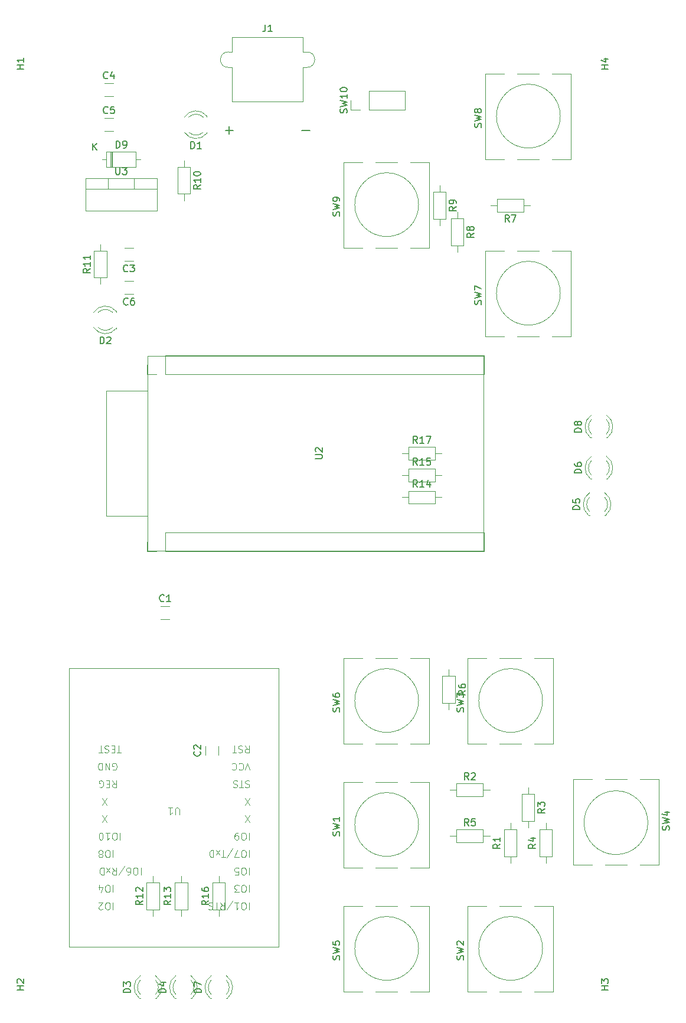
<source format=gbr>
%TF.GenerationSoftware,KiCad,Pcbnew,7.0.2*%
%TF.CreationDate,2024-07-06T11:43:59+09:00*%
%TF.ProjectId,______,b3f3c8ed-fce9-42e6-9b69-6361645f7063,rev?*%
%TF.SameCoordinates,PX63d4a40PYa3140c0*%
%TF.FileFunction,Legend,Top*%
%TF.FilePolarity,Positive*%
%FSLAX46Y46*%
G04 Gerber Fmt 4.6, Leading zero omitted, Abs format (unit mm)*
G04 Created by KiCad (PCBNEW 7.0.2) date 2024-07-06 11:43:59*
%MOMM*%
%LPD*%
G01*
G04 APERTURE LIST*
%ADD10C,0.150000*%
%ADD11C,0.100000*%
%ADD12C,0.120000*%
G04 APERTURE END LIST*
D10*
%TO.C,R5*%
X65833333Y29457381D02*
X65500000Y29933572D01*
X65261905Y29457381D02*
X65261905Y30457381D01*
X65261905Y30457381D02*
X65642857Y30457381D01*
X65642857Y30457381D02*
X65738095Y30409762D01*
X65738095Y30409762D02*
X65785714Y30362143D01*
X65785714Y30362143D02*
X65833333Y30266905D01*
X65833333Y30266905D02*
X65833333Y30124048D01*
X65833333Y30124048D02*
X65785714Y30028810D01*
X65785714Y30028810D02*
X65738095Y29981191D01*
X65738095Y29981191D02*
X65642857Y29933572D01*
X65642857Y29933572D02*
X65261905Y29933572D01*
X66738095Y30457381D02*
X66261905Y30457381D01*
X66261905Y30457381D02*
X66214286Y29981191D01*
X66214286Y29981191D02*
X66261905Y30028810D01*
X66261905Y30028810D02*
X66357143Y30076429D01*
X66357143Y30076429D02*
X66595238Y30076429D01*
X66595238Y30076429D02*
X66690476Y30028810D01*
X66690476Y30028810D02*
X66738095Y29981191D01*
X66738095Y29981191D02*
X66785714Y29885953D01*
X66785714Y29885953D02*
X66785714Y29647858D01*
X66785714Y29647858D02*
X66738095Y29552620D01*
X66738095Y29552620D02*
X66690476Y29505000D01*
X66690476Y29505000D02*
X66595238Y29457381D01*
X66595238Y29457381D02*
X66357143Y29457381D01*
X66357143Y29457381D02*
X66261905Y29505000D01*
X66261905Y29505000D02*
X66214286Y29552620D01*
%TO.C,U2*%
X43842619Y82098096D02*
X44652142Y82098096D01*
X44652142Y82098096D02*
X44747380Y82145715D01*
X44747380Y82145715D02*
X44795000Y82193334D01*
X44795000Y82193334D02*
X44842619Y82288572D01*
X44842619Y82288572D02*
X44842619Y82479048D01*
X44842619Y82479048D02*
X44795000Y82574286D01*
X44795000Y82574286D02*
X44747380Y82621905D01*
X44747380Y82621905D02*
X44652142Y82669524D01*
X44652142Y82669524D02*
X43842619Y82669524D01*
X43937857Y83098096D02*
X43890238Y83145715D01*
X43890238Y83145715D02*
X43842619Y83240953D01*
X43842619Y83240953D02*
X43842619Y83479048D01*
X43842619Y83479048D02*
X43890238Y83574286D01*
X43890238Y83574286D02*
X43937857Y83621905D01*
X43937857Y83621905D02*
X44033095Y83669524D01*
X44033095Y83669524D02*
X44128333Y83669524D01*
X44128333Y83669524D02*
X44271190Y83621905D01*
X44271190Y83621905D02*
X44842619Y83050477D01*
X44842619Y83050477D02*
X44842619Y83669524D01*
%TO.C,H2*%
X2042619Y5898096D02*
X1042619Y5898096D01*
X1518809Y5898096D02*
X1518809Y6469524D01*
X2042619Y6469524D02*
X1042619Y6469524D01*
X1137857Y6898096D02*
X1090238Y6945715D01*
X1090238Y6945715D02*
X1042619Y7040953D01*
X1042619Y7040953D02*
X1042619Y7279048D01*
X1042619Y7279048D02*
X1090238Y7374286D01*
X1090238Y7374286D02*
X1137857Y7421905D01*
X1137857Y7421905D02*
X1233095Y7469524D01*
X1233095Y7469524D02*
X1328333Y7469524D01*
X1328333Y7469524D02*
X1471190Y7421905D01*
X1471190Y7421905D02*
X2042619Y6850477D01*
X2042619Y6850477D02*
X2042619Y7469524D01*
%TO.C,SW4*%
X94575000Y28826668D02*
X94622619Y28969525D01*
X94622619Y28969525D02*
X94622619Y29207620D01*
X94622619Y29207620D02*
X94575000Y29302858D01*
X94575000Y29302858D02*
X94527380Y29350477D01*
X94527380Y29350477D02*
X94432142Y29398096D01*
X94432142Y29398096D02*
X94336904Y29398096D01*
X94336904Y29398096D02*
X94241666Y29350477D01*
X94241666Y29350477D02*
X94194047Y29302858D01*
X94194047Y29302858D02*
X94146428Y29207620D01*
X94146428Y29207620D02*
X94098809Y29017144D01*
X94098809Y29017144D02*
X94051190Y28921906D01*
X94051190Y28921906D02*
X94003571Y28874287D01*
X94003571Y28874287D02*
X93908333Y28826668D01*
X93908333Y28826668D02*
X93813095Y28826668D01*
X93813095Y28826668D02*
X93717857Y28874287D01*
X93717857Y28874287D02*
X93670238Y28921906D01*
X93670238Y28921906D02*
X93622619Y29017144D01*
X93622619Y29017144D02*
X93622619Y29255239D01*
X93622619Y29255239D02*
X93670238Y29398096D01*
X93622619Y29731430D02*
X94622619Y29969525D01*
X94622619Y29969525D02*
X93908333Y30160001D01*
X93908333Y30160001D02*
X94622619Y30350477D01*
X94622619Y30350477D02*
X93622619Y30588572D01*
X93955952Y31398096D02*
X94622619Y31398096D01*
X93575000Y31160001D02*
X94289285Y30921906D01*
X94289285Y30921906D02*
X94289285Y31540953D01*
%TO.C,R6*%
X65382619Y48833334D02*
X64906428Y48500001D01*
X65382619Y48261906D02*
X64382619Y48261906D01*
X64382619Y48261906D02*
X64382619Y48642858D01*
X64382619Y48642858D02*
X64430238Y48738096D01*
X64430238Y48738096D02*
X64477857Y48785715D01*
X64477857Y48785715D02*
X64573095Y48833334D01*
X64573095Y48833334D02*
X64715952Y48833334D01*
X64715952Y48833334D02*
X64811190Y48785715D01*
X64811190Y48785715D02*
X64858809Y48738096D01*
X64858809Y48738096D02*
X64906428Y48642858D01*
X64906428Y48642858D02*
X64906428Y48261906D01*
X64382619Y49690477D02*
X64382619Y49500001D01*
X64382619Y49500001D02*
X64430238Y49404763D01*
X64430238Y49404763D02*
X64477857Y49357144D01*
X64477857Y49357144D02*
X64620714Y49261906D01*
X64620714Y49261906D02*
X64811190Y49214287D01*
X64811190Y49214287D02*
X65192142Y49214287D01*
X65192142Y49214287D02*
X65287380Y49261906D01*
X65287380Y49261906D02*
X65335000Y49309525D01*
X65335000Y49309525D02*
X65382619Y49404763D01*
X65382619Y49404763D02*
X65382619Y49595239D01*
X65382619Y49595239D02*
X65335000Y49690477D01*
X65335000Y49690477D02*
X65287380Y49738096D01*
X65287380Y49738096D02*
X65192142Y49785715D01*
X65192142Y49785715D02*
X64954047Y49785715D01*
X64954047Y49785715D02*
X64858809Y49738096D01*
X64858809Y49738096D02*
X64811190Y49690477D01*
X64811190Y49690477D02*
X64763571Y49595239D01*
X64763571Y49595239D02*
X64763571Y49404763D01*
X64763571Y49404763D02*
X64811190Y49309525D01*
X64811190Y49309525D02*
X64858809Y49261906D01*
X64858809Y49261906D02*
X64954047Y49214287D01*
%TO.C,R17*%
X58477142Y84317381D02*
X58143809Y84793572D01*
X57905714Y84317381D02*
X57905714Y85317381D01*
X57905714Y85317381D02*
X58286666Y85317381D01*
X58286666Y85317381D02*
X58381904Y85269762D01*
X58381904Y85269762D02*
X58429523Y85222143D01*
X58429523Y85222143D02*
X58477142Y85126905D01*
X58477142Y85126905D02*
X58477142Y84984048D01*
X58477142Y84984048D02*
X58429523Y84888810D01*
X58429523Y84888810D02*
X58381904Y84841191D01*
X58381904Y84841191D02*
X58286666Y84793572D01*
X58286666Y84793572D02*
X57905714Y84793572D01*
X59429523Y84317381D02*
X58858095Y84317381D01*
X59143809Y84317381D02*
X59143809Y85317381D01*
X59143809Y85317381D02*
X59048571Y85174524D01*
X59048571Y85174524D02*
X58953333Y85079286D01*
X58953333Y85079286D02*
X58858095Y85031667D01*
X59762857Y85317381D02*
X60429523Y85317381D01*
X60429523Y85317381D02*
X60000952Y84317381D01*
%TO.C,SW9*%
X47295000Y116926668D02*
X47342619Y117069525D01*
X47342619Y117069525D02*
X47342619Y117307620D01*
X47342619Y117307620D02*
X47295000Y117402858D01*
X47295000Y117402858D02*
X47247380Y117450477D01*
X47247380Y117450477D02*
X47152142Y117498096D01*
X47152142Y117498096D02*
X47056904Y117498096D01*
X47056904Y117498096D02*
X46961666Y117450477D01*
X46961666Y117450477D02*
X46914047Y117402858D01*
X46914047Y117402858D02*
X46866428Y117307620D01*
X46866428Y117307620D02*
X46818809Y117117144D01*
X46818809Y117117144D02*
X46771190Y117021906D01*
X46771190Y117021906D02*
X46723571Y116974287D01*
X46723571Y116974287D02*
X46628333Y116926668D01*
X46628333Y116926668D02*
X46533095Y116926668D01*
X46533095Y116926668D02*
X46437857Y116974287D01*
X46437857Y116974287D02*
X46390238Y117021906D01*
X46390238Y117021906D02*
X46342619Y117117144D01*
X46342619Y117117144D02*
X46342619Y117355239D01*
X46342619Y117355239D02*
X46390238Y117498096D01*
X46342619Y117831430D02*
X47342619Y118069525D01*
X47342619Y118069525D02*
X46628333Y118260001D01*
X46628333Y118260001D02*
X47342619Y118450477D01*
X47342619Y118450477D02*
X46342619Y118688572D01*
X47342619Y119117144D02*
X47342619Y119307620D01*
X47342619Y119307620D02*
X47295000Y119402858D01*
X47295000Y119402858D02*
X47247380Y119450477D01*
X47247380Y119450477D02*
X47104523Y119545715D01*
X47104523Y119545715D02*
X46914047Y119593334D01*
X46914047Y119593334D02*
X46533095Y119593334D01*
X46533095Y119593334D02*
X46437857Y119545715D01*
X46437857Y119545715D02*
X46390238Y119498096D01*
X46390238Y119498096D02*
X46342619Y119402858D01*
X46342619Y119402858D02*
X46342619Y119212382D01*
X46342619Y119212382D02*
X46390238Y119117144D01*
X46390238Y119117144D02*
X46437857Y119069525D01*
X46437857Y119069525D02*
X46533095Y119021906D01*
X46533095Y119021906D02*
X46771190Y119021906D01*
X46771190Y119021906D02*
X46866428Y119069525D01*
X46866428Y119069525D02*
X46914047Y119117144D01*
X46914047Y119117144D02*
X46961666Y119212382D01*
X46961666Y119212382D02*
X46961666Y119402858D01*
X46961666Y119402858D02*
X46914047Y119498096D01*
X46914047Y119498096D02*
X46866428Y119545715D01*
X46866428Y119545715D02*
X46771190Y119593334D01*
%TO.C,D3*%
X17342619Y5531906D02*
X16342619Y5531906D01*
X16342619Y5531906D02*
X16342619Y5770001D01*
X16342619Y5770001D02*
X16390238Y5912858D01*
X16390238Y5912858D02*
X16485476Y6008096D01*
X16485476Y6008096D02*
X16580714Y6055715D01*
X16580714Y6055715D02*
X16771190Y6103334D01*
X16771190Y6103334D02*
X16914047Y6103334D01*
X16914047Y6103334D02*
X17104523Y6055715D01*
X17104523Y6055715D02*
X17199761Y6008096D01*
X17199761Y6008096D02*
X17295000Y5912858D01*
X17295000Y5912858D02*
X17342619Y5770001D01*
X17342619Y5770001D02*
X17342619Y5531906D01*
X16342619Y6436668D02*
X16342619Y7055715D01*
X16342619Y7055715D02*
X16723571Y6722382D01*
X16723571Y6722382D02*
X16723571Y6865239D01*
X16723571Y6865239D02*
X16771190Y6960477D01*
X16771190Y6960477D02*
X16818809Y7008096D01*
X16818809Y7008096D02*
X16914047Y7055715D01*
X16914047Y7055715D02*
X17152142Y7055715D01*
X17152142Y7055715D02*
X17247380Y7008096D01*
X17247380Y7008096D02*
X17295000Y6960477D01*
X17295000Y6960477D02*
X17342619Y6865239D01*
X17342619Y6865239D02*
X17342619Y6579525D01*
X17342619Y6579525D02*
X17295000Y6484287D01*
X17295000Y6484287D02*
X17247380Y6436668D01*
%TO.C,C5*%
X14083333Y131682620D02*
X14035714Y131635000D01*
X14035714Y131635000D02*
X13892857Y131587381D01*
X13892857Y131587381D02*
X13797619Y131587381D01*
X13797619Y131587381D02*
X13654762Y131635000D01*
X13654762Y131635000D02*
X13559524Y131730239D01*
X13559524Y131730239D02*
X13511905Y131825477D01*
X13511905Y131825477D02*
X13464286Y132015953D01*
X13464286Y132015953D02*
X13464286Y132158810D01*
X13464286Y132158810D02*
X13511905Y132349286D01*
X13511905Y132349286D02*
X13559524Y132444524D01*
X13559524Y132444524D02*
X13654762Y132539762D01*
X13654762Y132539762D02*
X13797619Y132587381D01*
X13797619Y132587381D02*
X13892857Y132587381D01*
X13892857Y132587381D02*
X14035714Y132539762D01*
X14035714Y132539762D02*
X14083333Y132492143D01*
X14988095Y132587381D02*
X14511905Y132587381D01*
X14511905Y132587381D02*
X14464286Y132111191D01*
X14464286Y132111191D02*
X14511905Y132158810D01*
X14511905Y132158810D02*
X14607143Y132206429D01*
X14607143Y132206429D02*
X14845238Y132206429D01*
X14845238Y132206429D02*
X14940476Y132158810D01*
X14940476Y132158810D02*
X14988095Y132111191D01*
X14988095Y132111191D02*
X15035714Y132015953D01*
X15035714Y132015953D02*
X15035714Y131777858D01*
X15035714Y131777858D02*
X14988095Y131682620D01*
X14988095Y131682620D02*
X14940476Y131635000D01*
X14940476Y131635000D02*
X14845238Y131587381D01*
X14845238Y131587381D02*
X14607143Y131587381D01*
X14607143Y131587381D02*
X14511905Y131635000D01*
X14511905Y131635000D02*
X14464286Y131682620D01*
%TO.C,H3*%
X85862619Y5898096D02*
X84862619Y5898096D01*
X85338809Y5898096D02*
X85338809Y6469524D01*
X85862619Y6469524D02*
X84862619Y6469524D01*
X84862619Y6850477D02*
X84862619Y7469524D01*
X84862619Y7469524D02*
X85243571Y7136191D01*
X85243571Y7136191D02*
X85243571Y7279048D01*
X85243571Y7279048D02*
X85291190Y7374286D01*
X85291190Y7374286D02*
X85338809Y7421905D01*
X85338809Y7421905D02*
X85434047Y7469524D01*
X85434047Y7469524D02*
X85672142Y7469524D01*
X85672142Y7469524D02*
X85767380Y7421905D01*
X85767380Y7421905D02*
X85815000Y7374286D01*
X85815000Y7374286D02*
X85862619Y7279048D01*
X85862619Y7279048D02*
X85862619Y6993334D01*
X85862619Y6993334D02*
X85815000Y6898096D01*
X85815000Y6898096D02*
X85767380Y6850477D01*
%TO.C,C6*%
X16963082Y104232025D02*
X16915463Y104184405D01*
X16915463Y104184405D02*
X16772606Y104136786D01*
X16772606Y104136786D02*
X16677368Y104136786D01*
X16677368Y104136786D02*
X16534511Y104184405D01*
X16534511Y104184405D02*
X16439273Y104279644D01*
X16439273Y104279644D02*
X16391654Y104374882D01*
X16391654Y104374882D02*
X16344035Y104565358D01*
X16344035Y104565358D02*
X16344035Y104708215D01*
X16344035Y104708215D02*
X16391654Y104898691D01*
X16391654Y104898691D02*
X16439273Y104993929D01*
X16439273Y104993929D02*
X16534511Y105089167D01*
X16534511Y105089167D02*
X16677368Y105136786D01*
X16677368Y105136786D02*
X16772606Y105136786D01*
X16772606Y105136786D02*
X16915463Y105089167D01*
X16915463Y105089167D02*
X16963082Y105041548D01*
X17820225Y105136786D02*
X17629749Y105136786D01*
X17629749Y105136786D02*
X17534511Y105089167D01*
X17534511Y105089167D02*
X17486892Y105041548D01*
X17486892Y105041548D02*
X17391654Y104898691D01*
X17391654Y104898691D02*
X17344035Y104708215D01*
X17344035Y104708215D02*
X17344035Y104327263D01*
X17344035Y104327263D02*
X17391654Y104232025D01*
X17391654Y104232025D02*
X17439273Y104184405D01*
X17439273Y104184405D02*
X17534511Y104136786D01*
X17534511Y104136786D02*
X17724987Y104136786D01*
X17724987Y104136786D02*
X17820225Y104184405D01*
X17820225Y104184405D02*
X17867844Y104232025D01*
X17867844Y104232025D02*
X17915463Y104327263D01*
X17915463Y104327263D02*
X17915463Y104565358D01*
X17915463Y104565358D02*
X17867844Y104660596D01*
X17867844Y104660596D02*
X17820225Y104708215D01*
X17820225Y104708215D02*
X17724987Y104755834D01*
X17724987Y104755834D02*
X17534511Y104755834D01*
X17534511Y104755834D02*
X17439273Y104708215D01*
X17439273Y104708215D02*
X17391654Y104660596D01*
X17391654Y104660596D02*
X17344035Y104565358D01*
%TO.C,R11*%
X11542619Y109357143D02*
X11066428Y109023810D01*
X11542619Y108785715D02*
X10542619Y108785715D01*
X10542619Y108785715D02*
X10542619Y109166667D01*
X10542619Y109166667D02*
X10590238Y109261905D01*
X10590238Y109261905D02*
X10637857Y109309524D01*
X10637857Y109309524D02*
X10733095Y109357143D01*
X10733095Y109357143D02*
X10875952Y109357143D01*
X10875952Y109357143D02*
X10971190Y109309524D01*
X10971190Y109309524D02*
X11018809Y109261905D01*
X11018809Y109261905D02*
X11066428Y109166667D01*
X11066428Y109166667D02*
X11066428Y108785715D01*
X11542619Y110309524D02*
X11542619Y109738096D01*
X11542619Y110023810D02*
X10542619Y110023810D01*
X10542619Y110023810D02*
X10685476Y109928572D01*
X10685476Y109928572D02*
X10780714Y109833334D01*
X10780714Y109833334D02*
X10828333Y109738096D01*
X11542619Y111261905D02*
X11542619Y110690477D01*
X11542619Y110976191D02*
X10542619Y110976191D01*
X10542619Y110976191D02*
X10685476Y110880953D01*
X10685476Y110880953D02*
X10780714Y110785715D01*
X10780714Y110785715D02*
X10828333Y110690477D01*
%TO.C,R15*%
X58477142Y81167381D02*
X58143809Y81643572D01*
X57905714Y81167381D02*
X57905714Y82167381D01*
X57905714Y82167381D02*
X58286666Y82167381D01*
X58286666Y82167381D02*
X58381904Y82119762D01*
X58381904Y82119762D02*
X58429523Y82072143D01*
X58429523Y82072143D02*
X58477142Y81976905D01*
X58477142Y81976905D02*
X58477142Y81834048D01*
X58477142Y81834048D02*
X58429523Y81738810D01*
X58429523Y81738810D02*
X58381904Y81691191D01*
X58381904Y81691191D02*
X58286666Y81643572D01*
X58286666Y81643572D02*
X57905714Y81643572D01*
X59429523Y81167381D02*
X58858095Y81167381D01*
X59143809Y81167381D02*
X59143809Y82167381D01*
X59143809Y82167381D02*
X59048571Y82024524D01*
X59048571Y82024524D02*
X58953333Y81929286D01*
X58953333Y81929286D02*
X58858095Y81881667D01*
X60334285Y82167381D02*
X59858095Y82167381D01*
X59858095Y82167381D02*
X59810476Y81691191D01*
X59810476Y81691191D02*
X59858095Y81738810D01*
X59858095Y81738810D02*
X59953333Y81786429D01*
X59953333Y81786429D02*
X60191428Y81786429D01*
X60191428Y81786429D02*
X60286666Y81738810D01*
X60286666Y81738810D02*
X60334285Y81691191D01*
X60334285Y81691191D02*
X60381904Y81595953D01*
X60381904Y81595953D02*
X60381904Y81357858D01*
X60381904Y81357858D02*
X60334285Y81262620D01*
X60334285Y81262620D02*
X60286666Y81215000D01*
X60286666Y81215000D02*
X60191428Y81167381D01*
X60191428Y81167381D02*
X59953333Y81167381D01*
X59953333Y81167381D02*
X59858095Y81215000D01*
X59858095Y81215000D02*
X59810476Y81262620D01*
%TO.C,H1*%
X2042619Y137978096D02*
X1042619Y137978096D01*
X1518809Y137978096D02*
X1518809Y138549524D01*
X2042619Y138549524D02*
X1042619Y138549524D01*
X2042619Y139549524D02*
X2042619Y138978096D01*
X2042619Y139263810D02*
X1042619Y139263810D01*
X1042619Y139263810D02*
X1185476Y139168572D01*
X1185476Y139168572D02*
X1280714Y139073334D01*
X1280714Y139073334D02*
X1328333Y138978096D01*
%TO.C,U3*%
X15238095Y123862381D02*
X15238095Y123052858D01*
X15238095Y123052858D02*
X15285714Y122957620D01*
X15285714Y122957620D02*
X15333333Y122910000D01*
X15333333Y122910000D02*
X15428571Y122862381D01*
X15428571Y122862381D02*
X15619047Y122862381D01*
X15619047Y122862381D02*
X15714285Y122910000D01*
X15714285Y122910000D02*
X15761904Y122957620D01*
X15761904Y122957620D02*
X15809523Y123052858D01*
X15809523Y123052858D02*
X15809523Y123862381D01*
X16190476Y123862381D02*
X16809523Y123862381D01*
X16809523Y123862381D02*
X16476190Y123481429D01*
X16476190Y123481429D02*
X16619047Y123481429D01*
X16619047Y123481429D02*
X16714285Y123433810D01*
X16714285Y123433810D02*
X16761904Y123386191D01*
X16761904Y123386191D02*
X16809523Y123290953D01*
X16809523Y123290953D02*
X16809523Y123052858D01*
X16809523Y123052858D02*
X16761904Y122957620D01*
X16761904Y122957620D02*
X16714285Y122910000D01*
X16714285Y122910000D02*
X16619047Y122862381D01*
X16619047Y122862381D02*
X16333333Y122862381D01*
X16333333Y122862381D02*
X16238095Y122910000D01*
X16238095Y122910000D02*
X16190476Y122957620D01*
%TO.C,D9*%
X15261905Y126657381D02*
X15261905Y127657381D01*
X15261905Y127657381D02*
X15500000Y127657381D01*
X15500000Y127657381D02*
X15642857Y127609762D01*
X15642857Y127609762D02*
X15738095Y127514524D01*
X15738095Y127514524D02*
X15785714Y127419286D01*
X15785714Y127419286D02*
X15833333Y127228810D01*
X15833333Y127228810D02*
X15833333Y127085953D01*
X15833333Y127085953D02*
X15785714Y126895477D01*
X15785714Y126895477D02*
X15738095Y126800239D01*
X15738095Y126800239D02*
X15642857Y126705000D01*
X15642857Y126705000D02*
X15500000Y126657381D01*
X15500000Y126657381D02*
X15261905Y126657381D01*
X16309524Y126657381D02*
X16500000Y126657381D01*
X16500000Y126657381D02*
X16595238Y126705000D01*
X16595238Y126705000D02*
X16642857Y126752620D01*
X16642857Y126752620D02*
X16738095Y126895477D01*
X16738095Y126895477D02*
X16785714Y127085953D01*
X16785714Y127085953D02*
X16785714Y127466905D01*
X16785714Y127466905D02*
X16738095Y127562143D01*
X16738095Y127562143D02*
X16690476Y127609762D01*
X16690476Y127609762D02*
X16595238Y127657381D01*
X16595238Y127657381D02*
X16404762Y127657381D01*
X16404762Y127657381D02*
X16309524Y127609762D01*
X16309524Y127609762D02*
X16261905Y127562143D01*
X16261905Y127562143D02*
X16214286Y127466905D01*
X16214286Y127466905D02*
X16214286Y127228810D01*
X16214286Y127228810D02*
X16261905Y127133572D01*
X16261905Y127133572D02*
X16309524Y127085953D01*
X16309524Y127085953D02*
X16404762Y127038334D01*
X16404762Y127038334D02*
X16595238Y127038334D01*
X16595238Y127038334D02*
X16690476Y127085953D01*
X16690476Y127085953D02*
X16738095Y127133572D01*
X16738095Y127133572D02*
X16785714Y127228810D01*
X11928095Y126337381D02*
X11928095Y127337381D01*
X12499523Y126337381D02*
X12070952Y126908810D01*
X12499523Y127337381D02*
X11928095Y126765953D01*
%TO.C,SW7*%
X67615000Y104226668D02*
X67662619Y104369525D01*
X67662619Y104369525D02*
X67662619Y104607620D01*
X67662619Y104607620D02*
X67615000Y104702858D01*
X67615000Y104702858D02*
X67567380Y104750477D01*
X67567380Y104750477D02*
X67472142Y104798096D01*
X67472142Y104798096D02*
X67376904Y104798096D01*
X67376904Y104798096D02*
X67281666Y104750477D01*
X67281666Y104750477D02*
X67234047Y104702858D01*
X67234047Y104702858D02*
X67186428Y104607620D01*
X67186428Y104607620D02*
X67138809Y104417144D01*
X67138809Y104417144D02*
X67091190Y104321906D01*
X67091190Y104321906D02*
X67043571Y104274287D01*
X67043571Y104274287D02*
X66948333Y104226668D01*
X66948333Y104226668D02*
X66853095Y104226668D01*
X66853095Y104226668D02*
X66757857Y104274287D01*
X66757857Y104274287D02*
X66710238Y104321906D01*
X66710238Y104321906D02*
X66662619Y104417144D01*
X66662619Y104417144D02*
X66662619Y104655239D01*
X66662619Y104655239D02*
X66710238Y104798096D01*
X66662619Y105131430D02*
X67662619Y105369525D01*
X67662619Y105369525D02*
X66948333Y105560001D01*
X66948333Y105560001D02*
X67662619Y105750477D01*
X67662619Y105750477D02*
X66662619Y105988572D01*
X66662619Y106274287D02*
X66662619Y106940953D01*
X66662619Y106940953D02*
X67662619Y106512382D01*
%TO.C,D7*%
X27502619Y5531906D02*
X26502619Y5531906D01*
X26502619Y5531906D02*
X26502619Y5770001D01*
X26502619Y5770001D02*
X26550238Y5912858D01*
X26550238Y5912858D02*
X26645476Y6008096D01*
X26645476Y6008096D02*
X26740714Y6055715D01*
X26740714Y6055715D02*
X26931190Y6103334D01*
X26931190Y6103334D02*
X27074047Y6103334D01*
X27074047Y6103334D02*
X27264523Y6055715D01*
X27264523Y6055715D02*
X27359761Y6008096D01*
X27359761Y6008096D02*
X27455000Y5912858D01*
X27455000Y5912858D02*
X27502619Y5770001D01*
X27502619Y5770001D02*
X27502619Y5531906D01*
X26502619Y6436668D02*
X26502619Y7103334D01*
X26502619Y7103334D02*
X27502619Y6674763D01*
%TO.C,R9*%
X64042619Y118253334D02*
X63566428Y117920001D01*
X64042619Y117681906D02*
X63042619Y117681906D01*
X63042619Y117681906D02*
X63042619Y118062858D01*
X63042619Y118062858D02*
X63090238Y118158096D01*
X63090238Y118158096D02*
X63137857Y118205715D01*
X63137857Y118205715D02*
X63233095Y118253334D01*
X63233095Y118253334D02*
X63375952Y118253334D01*
X63375952Y118253334D02*
X63471190Y118205715D01*
X63471190Y118205715D02*
X63518809Y118158096D01*
X63518809Y118158096D02*
X63566428Y118062858D01*
X63566428Y118062858D02*
X63566428Y117681906D01*
X64042619Y118729525D02*
X64042619Y118920001D01*
X64042619Y118920001D02*
X63995000Y119015239D01*
X63995000Y119015239D02*
X63947380Y119062858D01*
X63947380Y119062858D02*
X63804523Y119158096D01*
X63804523Y119158096D02*
X63614047Y119205715D01*
X63614047Y119205715D02*
X63233095Y119205715D01*
X63233095Y119205715D02*
X63137857Y119158096D01*
X63137857Y119158096D02*
X63090238Y119110477D01*
X63090238Y119110477D02*
X63042619Y119015239D01*
X63042619Y119015239D02*
X63042619Y118824763D01*
X63042619Y118824763D02*
X63090238Y118729525D01*
X63090238Y118729525D02*
X63137857Y118681906D01*
X63137857Y118681906D02*
X63233095Y118634287D01*
X63233095Y118634287D02*
X63471190Y118634287D01*
X63471190Y118634287D02*
X63566428Y118681906D01*
X63566428Y118681906D02*
X63614047Y118729525D01*
X63614047Y118729525D02*
X63661666Y118824763D01*
X63661666Y118824763D02*
X63661666Y119015239D01*
X63661666Y119015239D02*
X63614047Y119110477D01*
X63614047Y119110477D02*
X63566428Y119158096D01*
X63566428Y119158096D02*
X63471190Y119205715D01*
%TO.C,R2*%
X65833333Y36057381D02*
X65500000Y36533572D01*
X65261905Y36057381D02*
X65261905Y37057381D01*
X65261905Y37057381D02*
X65642857Y37057381D01*
X65642857Y37057381D02*
X65738095Y37009762D01*
X65738095Y37009762D02*
X65785714Y36962143D01*
X65785714Y36962143D02*
X65833333Y36866905D01*
X65833333Y36866905D02*
X65833333Y36724048D01*
X65833333Y36724048D02*
X65785714Y36628810D01*
X65785714Y36628810D02*
X65738095Y36581191D01*
X65738095Y36581191D02*
X65642857Y36533572D01*
X65642857Y36533572D02*
X65261905Y36533572D01*
X66214286Y36962143D02*
X66261905Y37009762D01*
X66261905Y37009762D02*
X66357143Y37057381D01*
X66357143Y37057381D02*
X66595238Y37057381D01*
X66595238Y37057381D02*
X66690476Y37009762D01*
X66690476Y37009762D02*
X66738095Y36962143D01*
X66738095Y36962143D02*
X66785714Y36866905D01*
X66785714Y36866905D02*
X66785714Y36771667D01*
X66785714Y36771667D02*
X66738095Y36628810D01*
X66738095Y36628810D02*
X66166667Y36057381D01*
X66166667Y36057381D02*
X66785714Y36057381D01*
%TO.C,C1*%
X22143333Y61682620D02*
X22095714Y61635000D01*
X22095714Y61635000D02*
X21952857Y61587381D01*
X21952857Y61587381D02*
X21857619Y61587381D01*
X21857619Y61587381D02*
X21714762Y61635000D01*
X21714762Y61635000D02*
X21619524Y61730239D01*
X21619524Y61730239D02*
X21571905Y61825477D01*
X21571905Y61825477D02*
X21524286Y62015953D01*
X21524286Y62015953D02*
X21524286Y62158810D01*
X21524286Y62158810D02*
X21571905Y62349286D01*
X21571905Y62349286D02*
X21619524Y62444524D01*
X21619524Y62444524D02*
X21714762Y62539762D01*
X21714762Y62539762D02*
X21857619Y62587381D01*
X21857619Y62587381D02*
X21952857Y62587381D01*
X21952857Y62587381D02*
X22095714Y62539762D01*
X22095714Y62539762D02*
X22143333Y62492143D01*
X23095714Y61587381D02*
X22524286Y61587381D01*
X22810000Y61587381D02*
X22810000Y62587381D01*
X22810000Y62587381D02*
X22714762Y62444524D01*
X22714762Y62444524D02*
X22619524Y62349286D01*
X22619524Y62349286D02*
X22524286Y62301667D01*
%TO.C,R14*%
X58477142Y78017381D02*
X58143809Y78493572D01*
X57905714Y78017381D02*
X57905714Y79017381D01*
X57905714Y79017381D02*
X58286666Y79017381D01*
X58286666Y79017381D02*
X58381904Y78969762D01*
X58381904Y78969762D02*
X58429523Y78922143D01*
X58429523Y78922143D02*
X58477142Y78826905D01*
X58477142Y78826905D02*
X58477142Y78684048D01*
X58477142Y78684048D02*
X58429523Y78588810D01*
X58429523Y78588810D02*
X58381904Y78541191D01*
X58381904Y78541191D02*
X58286666Y78493572D01*
X58286666Y78493572D02*
X57905714Y78493572D01*
X59429523Y78017381D02*
X58858095Y78017381D01*
X59143809Y78017381D02*
X59143809Y79017381D01*
X59143809Y79017381D02*
X59048571Y78874524D01*
X59048571Y78874524D02*
X58953333Y78779286D01*
X58953333Y78779286D02*
X58858095Y78731667D01*
X60286666Y78684048D02*
X60286666Y78017381D01*
X60048571Y79065000D02*
X59810476Y78350715D01*
X59810476Y78350715D02*
X60429523Y78350715D01*
%TO.C,R13*%
X23132619Y18717143D02*
X22656428Y18383810D01*
X23132619Y18145715D02*
X22132619Y18145715D01*
X22132619Y18145715D02*
X22132619Y18526667D01*
X22132619Y18526667D02*
X22180238Y18621905D01*
X22180238Y18621905D02*
X22227857Y18669524D01*
X22227857Y18669524D02*
X22323095Y18717143D01*
X22323095Y18717143D02*
X22465952Y18717143D01*
X22465952Y18717143D02*
X22561190Y18669524D01*
X22561190Y18669524D02*
X22608809Y18621905D01*
X22608809Y18621905D02*
X22656428Y18526667D01*
X22656428Y18526667D02*
X22656428Y18145715D01*
X23132619Y19669524D02*
X23132619Y19098096D01*
X23132619Y19383810D02*
X22132619Y19383810D01*
X22132619Y19383810D02*
X22275476Y19288572D01*
X22275476Y19288572D02*
X22370714Y19193334D01*
X22370714Y19193334D02*
X22418333Y19098096D01*
X22132619Y20002858D02*
X22132619Y20621905D01*
X22132619Y20621905D02*
X22513571Y20288572D01*
X22513571Y20288572D02*
X22513571Y20431429D01*
X22513571Y20431429D02*
X22561190Y20526667D01*
X22561190Y20526667D02*
X22608809Y20574286D01*
X22608809Y20574286D02*
X22704047Y20621905D01*
X22704047Y20621905D02*
X22942142Y20621905D01*
X22942142Y20621905D02*
X23037380Y20574286D01*
X23037380Y20574286D02*
X23085000Y20526667D01*
X23085000Y20526667D02*
X23132619Y20431429D01*
X23132619Y20431429D02*
X23132619Y20145715D01*
X23132619Y20145715D02*
X23085000Y20050477D01*
X23085000Y20050477D02*
X23037380Y20002858D01*
%TO.C,D5*%
X81762619Y74801906D02*
X80762619Y74801906D01*
X80762619Y74801906D02*
X80762619Y75040001D01*
X80762619Y75040001D02*
X80810238Y75182858D01*
X80810238Y75182858D02*
X80905476Y75278096D01*
X80905476Y75278096D02*
X81000714Y75325715D01*
X81000714Y75325715D02*
X81191190Y75373334D01*
X81191190Y75373334D02*
X81334047Y75373334D01*
X81334047Y75373334D02*
X81524523Y75325715D01*
X81524523Y75325715D02*
X81619761Y75278096D01*
X81619761Y75278096D02*
X81715000Y75182858D01*
X81715000Y75182858D02*
X81762619Y75040001D01*
X81762619Y75040001D02*
X81762619Y74801906D01*
X80762619Y76278096D02*
X80762619Y75801906D01*
X80762619Y75801906D02*
X81238809Y75754287D01*
X81238809Y75754287D02*
X81191190Y75801906D01*
X81191190Y75801906D02*
X81143571Y75897144D01*
X81143571Y75897144D02*
X81143571Y76135239D01*
X81143571Y76135239D02*
X81191190Y76230477D01*
X81191190Y76230477D02*
X81238809Y76278096D01*
X81238809Y76278096D02*
X81334047Y76325715D01*
X81334047Y76325715D02*
X81572142Y76325715D01*
X81572142Y76325715D02*
X81667380Y76278096D01*
X81667380Y76278096D02*
X81715000Y76230477D01*
X81715000Y76230477D02*
X81762619Y76135239D01*
X81762619Y76135239D02*
X81762619Y75897144D01*
X81762619Y75897144D02*
X81715000Y75801906D01*
X81715000Y75801906D02*
X81667380Y75754287D01*
%TO.C,C4*%
X14083333Y136682620D02*
X14035714Y136635000D01*
X14035714Y136635000D02*
X13892857Y136587381D01*
X13892857Y136587381D02*
X13797619Y136587381D01*
X13797619Y136587381D02*
X13654762Y136635000D01*
X13654762Y136635000D02*
X13559524Y136730239D01*
X13559524Y136730239D02*
X13511905Y136825477D01*
X13511905Y136825477D02*
X13464286Y137015953D01*
X13464286Y137015953D02*
X13464286Y137158810D01*
X13464286Y137158810D02*
X13511905Y137349286D01*
X13511905Y137349286D02*
X13559524Y137444524D01*
X13559524Y137444524D02*
X13654762Y137539762D01*
X13654762Y137539762D02*
X13797619Y137587381D01*
X13797619Y137587381D02*
X13892857Y137587381D01*
X13892857Y137587381D02*
X14035714Y137539762D01*
X14035714Y137539762D02*
X14083333Y137492143D01*
X14940476Y137254048D02*
X14940476Y136587381D01*
X14702381Y137635000D02*
X14464286Y136920715D01*
X14464286Y136920715D02*
X15083333Y136920715D01*
%TO.C,SW6*%
X47295000Y45806668D02*
X47342619Y45949525D01*
X47342619Y45949525D02*
X47342619Y46187620D01*
X47342619Y46187620D02*
X47295000Y46282858D01*
X47295000Y46282858D02*
X47247380Y46330477D01*
X47247380Y46330477D02*
X47152142Y46378096D01*
X47152142Y46378096D02*
X47056904Y46378096D01*
X47056904Y46378096D02*
X46961666Y46330477D01*
X46961666Y46330477D02*
X46914047Y46282858D01*
X46914047Y46282858D02*
X46866428Y46187620D01*
X46866428Y46187620D02*
X46818809Y45997144D01*
X46818809Y45997144D02*
X46771190Y45901906D01*
X46771190Y45901906D02*
X46723571Y45854287D01*
X46723571Y45854287D02*
X46628333Y45806668D01*
X46628333Y45806668D02*
X46533095Y45806668D01*
X46533095Y45806668D02*
X46437857Y45854287D01*
X46437857Y45854287D02*
X46390238Y45901906D01*
X46390238Y45901906D02*
X46342619Y45997144D01*
X46342619Y45997144D02*
X46342619Y46235239D01*
X46342619Y46235239D02*
X46390238Y46378096D01*
X46342619Y46711430D02*
X47342619Y46949525D01*
X47342619Y46949525D02*
X46628333Y47140001D01*
X46628333Y47140001D02*
X47342619Y47330477D01*
X47342619Y47330477D02*
X46342619Y47568572D01*
X46342619Y48378096D02*
X46342619Y48187620D01*
X46342619Y48187620D02*
X46390238Y48092382D01*
X46390238Y48092382D02*
X46437857Y48044763D01*
X46437857Y48044763D02*
X46580714Y47949525D01*
X46580714Y47949525D02*
X46771190Y47901906D01*
X46771190Y47901906D02*
X47152142Y47901906D01*
X47152142Y47901906D02*
X47247380Y47949525D01*
X47247380Y47949525D02*
X47295000Y47997144D01*
X47295000Y47997144D02*
X47342619Y48092382D01*
X47342619Y48092382D02*
X47342619Y48282858D01*
X47342619Y48282858D02*
X47295000Y48378096D01*
X47295000Y48378096D02*
X47247380Y48425715D01*
X47247380Y48425715D02*
X47152142Y48473334D01*
X47152142Y48473334D02*
X46914047Y48473334D01*
X46914047Y48473334D02*
X46818809Y48425715D01*
X46818809Y48425715D02*
X46771190Y48378096D01*
X46771190Y48378096D02*
X46723571Y48282858D01*
X46723571Y48282858D02*
X46723571Y48092382D01*
X46723571Y48092382D02*
X46771190Y47997144D01*
X46771190Y47997144D02*
X46818809Y47949525D01*
X46818809Y47949525D02*
X46914047Y47901906D01*
%TO.C,R8*%
X66582619Y114443334D02*
X66106428Y114110001D01*
X66582619Y113871906D02*
X65582619Y113871906D01*
X65582619Y113871906D02*
X65582619Y114252858D01*
X65582619Y114252858D02*
X65630238Y114348096D01*
X65630238Y114348096D02*
X65677857Y114395715D01*
X65677857Y114395715D02*
X65773095Y114443334D01*
X65773095Y114443334D02*
X65915952Y114443334D01*
X65915952Y114443334D02*
X66011190Y114395715D01*
X66011190Y114395715D02*
X66058809Y114348096D01*
X66058809Y114348096D02*
X66106428Y114252858D01*
X66106428Y114252858D02*
X66106428Y113871906D01*
X66011190Y115014763D02*
X65963571Y114919525D01*
X65963571Y114919525D02*
X65915952Y114871906D01*
X65915952Y114871906D02*
X65820714Y114824287D01*
X65820714Y114824287D02*
X65773095Y114824287D01*
X65773095Y114824287D02*
X65677857Y114871906D01*
X65677857Y114871906D02*
X65630238Y114919525D01*
X65630238Y114919525D02*
X65582619Y115014763D01*
X65582619Y115014763D02*
X65582619Y115205239D01*
X65582619Y115205239D02*
X65630238Y115300477D01*
X65630238Y115300477D02*
X65677857Y115348096D01*
X65677857Y115348096D02*
X65773095Y115395715D01*
X65773095Y115395715D02*
X65820714Y115395715D01*
X65820714Y115395715D02*
X65915952Y115348096D01*
X65915952Y115348096D02*
X65963571Y115300477D01*
X65963571Y115300477D02*
X66011190Y115205239D01*
X66011190Y115205239D02*
X66011190Y115014763D01*
X66011190Y115014763D02*
X66058809Y114919525D01*
X66058809Y114919525D02*
X66106428Y114871906D01*
X66106428Y114871906D02*
X66201666Y114824287D01*
X66201666Y114824287D02*
X66392142Y114824287D01*
X66392142Y114824287D02*
X66487380Y114871906D01*
X66487380Y114871906D02*
X66535000Y114919525D01*
X66535000Y114919525D02*
X66582619Y115014763D01*
X66582619Y115014763D02*
X66582619Y115205239D01*
X66582619Y115205239D02*
X66535000Y115300477D01*
X66535000Y115300477D02*
X66487380Y115348096D01*
X66487380Y115348096D02*
X66392142Y115395715D01*
X66392142Y115395715D02*
X66201666Y115395715D01*
X66201666Y115395715D02*
X66106428Y115348096D01*
X66106428Y115348096D02*
X66058809Y115300477D01*
X66058809Y115300477D02*
X66011190Y115205239D01*
%TO.C,C3*%
X16943333Y109002620D02*
X16895714Y108955000D01*
X16895714Y108955000D02*
X16752857Y108907381D01*
X16752857Y108907381D02*
X16657619Y108907381D01*
X16657619Y108907381D02*
X16514762Y108955000D01*
X16514762Y108955000D02*
X16419524Y109050239D01*
X16419524Y109050239D02*
X16371905Y109145477D01*
X16371905Y109145477D02*
X16324286Y109335953D01*
X16324286Y109335953D02*
X16324286Y109478810D01*
X16324286Y109478810D02*
X16371905Y109669286D01*
X16371905Y109669286D02*
X16419524Y109764524D01*
X16419524Y109764524D02*
X16514762Y109859762D01*
X16514762Y109859762D02*
X16657619Y109907381D01*
X16657619Y109907381D02*
X16752857Y109907381D01*
X16752857Y109907381D02*
X16895714Y109859762D01*
X16895714Y109859762D02*
X16943333Y109812143D01*
X17276667Y109907381D02*
X17895714Y109907381D01*
X17895714Y109907381D02*
X17562381Y109526429D01*
X17562381Y109526429D02*
X17705238Y109526429D01*
X17705238Y109526429D02*
X17800476Y109478810D01*
X17800476Y109478810D02*
X17848095Y109431191D01*
X17848095Y109431191D02*
X17895714Y109335953D01*
X17895714Y109335953D02*
X17895714Y109097858D01*
X17895714Y109097858D02*
X17848095Y109002620D01*
X17848095Y109002620D02*
X17800476Y108955000D01*
X17800476Y108955000D02*
X17705238Y108907381D01*
X17705238Y108907381D02*
X17419524Y108907381D01*
X17419524Y108907381D02*
X17324286Y108955000D01*
X17324286Y108955000D02*
X17276667Y109002620D01*
%TO.C,SW8*%
X67615000Y129626668D02*
X67662619Y129769525D01*
X67662619Y129769525D02*
X67662619Y130007620D01*
X67662619Y130007620D02*
X67615000Y130102858D01*
X67615000Y130102858D02*
X67567380Y130150477D01*
X67567380Y130150477D02*
X67472142Y130198096D01*
X67472142Y130198096D02*
X67376904Y130198096D01*
X67376904Y130198096D02*
X67281666Y130150477D01*
X67281666Y130150477D02*
X67234047Y130102858D01*
X67234047Y130102858D02*
X67186428Y130007620D01*
X67186428Y130007620D02*
X67138809Y129817144D01*
X67138809Y129817144D02*
X67091190Y129721906D01*
X67091190Y129721906D02*
X67043571Y129674287D01*
X67043571Y129674287D02*
X66948333Y129626668D01*
X66948333Y129626668D02*
X66853095Y129626668D01*
X66853095Y129626668D02*
X66757857Y129674287D01*
X66757857Y129674287D02*
X66710238Y129721906D01*
X66710238Y129721906D02*
X66662619Y129817144D01*
X66662619Y129817144D02*
X66662619Y130055239D01*
X66662619Y130055239D02*
X66710238Y130198096D01*
X66662619Y130531430D02*
X67662619Y130769525D01*
X67662619Y130769525D02*
X66948333Y130960001D01*
X66948333Y130960001D02*
X67662619Y131150477D01*
X67662619Y131150477D02*
X66662619Y131388572D01*
X67091190Y131912382D02*
X67043571Y131817144D01*
X67043571Y131817144D02*
X66995952Y131769525D01*
X66995952Y131769525D02*
X66900714Y131721906D01*
X66900714Y131721906D02*
X66853095Y131721906D01*
X66853095Y131721906D02*
X66757857Y131769525D01*
X66757857Y131769525D02*
X66710238Y131817144D01*
X66710238Y131817144D02*
X66662619Y131912382D01*
X66662619Y131912382D02*
X66662619Y132102858D01*
X66662619Y132102858D02*
X66710238Y132198096D01*
X66710238Y132198096D02*
X66757857Y132245715D01*
X66757857Y132245715D02*
X66853095Y132293334D01*
X66853095Y132293334D02*
X66900714Y132293334D01*
X66900714Y132293334D02*
X66995952Y132245715D01*
X66995952Y132245715D02*
X67043571Y132198096D01*
X67043571Y132198096D02*
X67091190Y132102858D01*
X67091190Y132102858D02*
X67091190Y131912382D01*
X67091190Y131912382D02*
X67138809Y131817144D01*
X67138809Y131817144D02*
X67186428Y131769525D01*
X67186428Y131769525D02*
X67281666Y131721906D01*
X67281666Y131721906D02*
X67472142Y131721906D01*
X67472142Y131721906D02*
X67567380Y131769525D01*
X67567380Y131769525D02*
X67615000Y131817144D01*
X67615000Y131817144D02*
X67662619Y131912382D01*
X67662619Y131912382D02*
X67662619Y132102858D01*
X67662619Y132102858D02*
X67615000Y132198096D01*
X67615000Y132198096D02*
X67567380Y132245715D01*
X67567380Y132245715D02*
X67472142Y132293334D01*
X67472142Y132293334D02*
X67281666Y132293334D01*
X67281666Y132293334D02*
X67186428Y132245715D01*
X67186428Y132245715D02*
X67138809Y132198096D01*
X67138809Y132198096D02*
X67091190Y132102858D01*
%TO.C,D8*%
X82022619Y85931906D02*
X81022619Y85931906D01*
X81022619Y85931906D02*
X81022619Y86170001D01*
X81022619Y86170001D02*
X81070238Y86312858D01*
X81070238Y86312858D02*
X81165476Y86408096D01*
X81165476Y86408096D02*
X81260714Y86455715D01*
X81260714Y86455715D02*
X81451190Y86503334D01*
X81451190Y86503334D02*
X81594047Y86503334D01*
X81594047Y86503334D02*
X81784523Y86455715D01*
X81784523Y86455715D02*
X81879761Y86408096D01*
X81879761Y86408096D02*
X81975000Y86312858D01*
X81975000Y86312858D02*
X82022619Y86170001D01*
X82022619Y86170001D02*
X82022619Y85931906D01*
X81451190Y87074763D02*
X81403571Y86979525D01*
X81403571Y86979525D02*
X81355952Y86931906D01*
X81355952Y86931906D02*
X81260714Y86884287D01*
X81260714Y86884287D02*
X81213095Y86884287D01*
X81213095Y86884287D02*
X81117857Y86931906D01*
X81117857Y86931906D02*
X81070238Y86979525D01*
X81070238Y86979525D02*
X81022619Y87074763D01*
X81022619Y87074763D02*
X81022619Y87265239D01*
X81022619Y87265239D02*
X81070238Y87360477D01*
X81070238Y87360477D02*
X81117857Y87408096D01*
X81117857Y87408096D02*
X81213095Y87455715D01*
X81213095Y87455715D02*
X81260714Y87455715D01*
X81260714Y87455715D02*
X81355952Y87408096D01*
X81355952Y87408096D02*
X81403571Y87360477D01*
X81403571Y87360477D02*
X81451190Y87265239D01*
X81451190Y87265239D02*
X81451190Y87074763D01*
X81451190Y87074763D02*
X81498809Y86979525D01*
X81498809Y86979525D02*
X81546428Y86931906D01*
X81546428Y86931906D02*
X81641666Y86884287D01*
X81641666Y86884287D02*
X81832142Y86884287D01*
X81832142Y86884287D02*
X81927380Y86931906D01*
X81927380Y86931906D02*
X81975000Y86979525D01*
X81975000Y86979525D02*
X82022619Y87074763D01*
X82022619Y87074763D02*
X82022619Y87265239D01*
X82022619Y87265239D02*
X81975000Y87360477D01*
X81975000Y87360477D02*
X81927380Y87408096D01*
X81927380Y87408096D02*
X81832142Y87455715D01*
X81832142Y87455715D02*
X81641666Y87455715D01*
X81641666Y87455715D02*
X81546428Y87408096D01*
X81546428Y87408096D02*
X81498809Y87360477D01*
X81498809Y87360477D02*
X81451190Y87265239D01*
%TO.C,SW2*%
X65075000Y10246668D02*
X65122619Y10389525D01*
X65122619Y10389525D02*
X65122619Y10627620D01*
X65122619Y10627620D02*
X65075000Y10722858D01*
X65075000Y10722858D02*
X65027380Y10770477D01*
X65027380Y10770477D02*
X64932142Y10818096D01*
X64932142Y10818096D02*
X64836904Y10818096D01*
X64836904Y10818096D02*
X64741666Y10770477D01*
X64741666Y10770477D02*
X64694047Y10722858D01*
X64694047Y10722858D02*
X64646428Y10627620D01*
X64646428Y10627620D02*
X64598809Y10437144D01*
X64598809Y10437144D02*
X64551190Y10341906D01*
X64551190Y10341906D02*
X64503571Y10294287D01*
X64503571Y10294287D02*
X64408333Y10246668D01*
X64408333Y10246668D02*
X64313095Y10246668D01*
X64313095Y10246668D02*
X64217857Y10294287D01*
X64217857Y10294287D02*
X64170238Y10341906D01*
X64170238Y10341906D02*
X64122619Y10437144D01*
X64122619Y10437144D02*
X64122619Y10675239D01*
X64122619Y10675239D02*
X64170238Y10818096D01*
X64122619Y11151430D02*
X65122619Y11389525D01*
X65122619Y11389525D02*
X64408333Y11580001D01*
X64408333Y11580001D02*
X65122619Y11770477D01*
X65122619Y11770477D02*
X64122619Y12008572D01*
X64217857Y12341906D02*
X64170238Y12389525D01*
X64170238Y12389525D02*
X64122619Y12484763D01*
X64122619Y12484763D02*
X64122619Y12722858D01*
X64122619Y12722858D02*
X64170238Y12818096D01*
X64170238Y12818096D02*
X64217857Y12865715D01*
X64217857Y12865715D02*
X64313095Y12913334D01*
X64313095Y12913334D02*
X64408333Y12913334D01*
X64408333Y12913334D02*
X64551190Y12865715D01*
X64551190Y12865715D02*
X65122619Y12294287D01*
X65122619Y12294287D02*
X65122619Y12913334D01*
%TO.C,C2*%
X27317380Y40083334D02*
X27365000Y40035715D01*
X27365000Y40035715D02*
X27412619Y39892858D01*
X27412619Y39892858D02*
X27412619Y39797620D01*
X27412619Y39797620D02*
X27365000Y39654763D01*
X27365000Y39654763D02*
X27269761Y39559525D01*
X27269761Y39559525D02*
X27174523Y39511906D01*
X27174523Y39511906D02*
X26984047Y39464287D01*
X26984047Y39464287D02*
X26841190Y39464287D01*
X26841190Y39464287D02*
X26650714Y39511906D01*
X26650714Y39511906D02*
X26555476Y39559525D01*
X26555476Y39559525D02*
X26460238Y39654763D01*
X26460238Y39654763D02*
X26412619Y39797620D01*
X26412619Y39797620D02*
X26412619Y39892858D01*
X26412619Y39892858D02*
X26460238Y40035715D01*
X26460238Y40035715D02*
X26507857Y40083334D01*
X26507857Y40464287D02*
X26460238Y40511906D01*
X26460238Y40511906D02*
X26412619Y40607144D01*
X26412619Y40607144D02*
X26412619Y40845239D01*
X26412619Y40845239D02*
X26460238Y40940477D01*
X26460238Y40940477D02*
X26507857Y40988096D01*
X26507857Y40988096D02*
X26603095Y41035715D01*
X26603095Y41035715D02*
X26698333Y41035715D01*
X26698333Y41035715D02*
X26841190Y40988096D01*
X26841190Y40988096D02*
X27412619Y40416668D01*
X27412619Y40416668D02*
X27412619Y41035715D01*
%TO.C,SW3*%
X65075000Y45806668D02*
X65122619Y45949525D01*
X65122619Y45949525D02*
X65122619Y46187620D01*
X65122619Y46187620D02*
X65075000Y46282858D01*
X65075000Y46282858D02*
X65027380Y46330477D01*
X65027380Y46330477D02*
X64932142Y46378096D01*
X64932142Y46378096D02*
X64836904Y46378096D01*
X64836904Y46378096D02*
X64741666Y46330477D01*
X64741666Y46330477D02*
X64694047Y46282858D01*
X64694047Y46282858D02*
X64646428Y46187620D01*
X64646428Y46187620D02*
X64598809Y45997144D01*
X64598809Y45997144D02*
X64551190Y45901906D01*
X64551190Y45901906D02*
X64503571Y45854287D01*
X64503571Y45854287D02*
X64408333Y45806668D01*
X64408333Y45806668D02*
X64313095Y45806668D01*
X64313095Y45806668D02*
X64217857Y45854287D01*
X64217857Y45854287D02*
X64170238Y45901906D01*
X64170238Y45901906D02*
X64122619Y45997144D01*
X64122619Y45997144D02*
X64122619Y46235239D01*
X64122619Y46235239D02*
X64170238Y46378096D01*
X64122619Y46711430D02*
X65122619Y46949525D01*
X65122619Y46949525D02*
X64408333Y47140001D01*
X64408333Y47140001D02*
X65122619Y47330477D01*
X65122619Y47330477D02*
X64122619Y47568572D01*
X64122619Y47854287D02*
X64122619Y48473334D01*
X64122619Y48473334D02*
X64503571Y48140001D01*
X64503571Y48140001D02*
X64503571Y48282858D01*
X64503571Y48282858D02*
X64551190Y48378096D01*
X64551190Y48378096D02*
X64598809Y48425715D01*
X64598809Y48425715D02*
X64694047Y48473334D01*
X64694047Y48473334D02*
X64932142Y48473334D01*
X64932142Y48473334D02*
X65027380Y48425715D01*
X65027380Y48425715D02*
X65075000Y48378096D01*
X65075000Y48378096D02*
X65122619Y48282858D01*
X65122619Y48282858D02*
X65122619Y47997144D01*
X65122619Y47997144D02*
X65075000Y47901906D01*
X65075000Y47901906D02*
X65027380Y47854287D01*
%TO.C,D4*%
X22422619Y5531906D02*
X21422619Y5531906D01*
X21422619Y5531906D02*
X21422619Y5770001D01*
X21422619Y5770001D02*
X21470238Y5912858D01*
X21470238Y5912858D02*
X21565476Y6008096D01*
X21565476Y6008096D02*
X21660714Y6055715D01*
X21660714Y6055715D02*
X21851190Y6103334D01*
X21851190Y6103334D02*
X21994047Y6103334D01*
X21994047Y6103334D02*
X22184523Y6055715D01*
X22184523Y6055715D02*
X22279761Y6008096D01*
X22279761Y6008096D02*
X22375000Y5912858D01*
X22375000Y5912858D02*
X22422619Y5770001D01*
X22422619Y5770001D02*
X22422619Y5531906D01*
X21755952Y6960477D02*
X22422619Y6960477D01*
X21375000Y6722382D02*
X22089285Y6484287D01*
X22089285Y6484287D02*
X22089285Y7103334D01*
%TO.C,R7*%
X71653333Y116037381D02*
X71320000Y116513572D01*
X71081905Y116037381D02*
X71081905Y117037381D01*
X71081905Y117037381D02*
X71462857Y117037381D01*
X71462857Y117037381D02*
X71558095Y116989762D01*
X71558095Y116989762D02*
X71605714Y116942143D01*
X71605714Y116942143D02*
X71653333Y116846905D01*
X71653333Y116846905D02*
X71653333Y116704048D01*
X71653333Y116704048D02*
X71605714Y116608810D01*
X71605714Y116608810D02*
X71558095Y116561191D01*
X71558095Y116561191D02*
X71462857Y116513572D01*
X71462857Y116513572D02*
X71081905Y116513572D01*
X71986667Y117037381D02*
X72653333Y117037381D01*
X72653333Y117037381D02*
X72224762Y116037381D01*
%TO.C,SW5*%
X47295000Y10246668D02*
X47342619Y10389525D01*
X47342619Y10389525D02*
X47342619Y10627620D01*
X47342619Y10627620D02*
X47295000Y10722858D01*
X47295000Y10722858D02*
X47247380Y10770477D01*
X47247380Y10770477D02*
X47152142Y10818096D01*
X47152142Y10818096D02*
X47056904Y10818096D01*
X47056904Y10818096D02*
X46961666Y10770477D01*
X46961666Y10770477D02*
X46914047Y10722858D01*
X46914047Y10722858D02*
X46866428Y10627620D01*
X46866428Y10627620D02*
X46818809Y10437144D01*
X46818809Y10437144D02*
X46771190Y10341906D01*
X46771190Y10341906D02*
X46723571Y10294287D01*
X46723571Y10294287D02*
X46628333Y10246668D01*
X46628333Y10246668D02*
X46533095Y10246668D01*
X46533095Y10246668D02*
X46437857Y10294287D01*
X46437857Y10294287D02*
X46390238Y10341906D01*
X46390238Y10341906D02*
X46342619Y10437144D01*
X46342619Y10437144D02*
X46342619Y10675239D01*
X46342619Y10675239D02*
X46390238Y10818096D01*
X46342619Y11151430D02*
X47342619Y11389525D01*
X47342619Y11389525D02*
X46628333Y11580001D01*
X46628333Y11580001D02*
X47342619Y11770477D01*
X47342619Y11770477D02*
X46342619Y12008572D01*
X46342619Y12865715D02*
X46342619Y12389525D01*
X46342619Y12389525D02*
X46818809Y12341906D01*
X46818809Y12341906D02*
X46771190Y12389525D01*
X46771190Y12389525D02*
X46723571Y12484763D01*
X46723571Y12484763D02*
X46723571Y12722858D01*
X46723571Y12722858D02*
X46771190Y12818096D01*
X46771190Y12818096D02*
X46818809Y12865715D01*
X46818809Y12865715D02*
X46914047Y12913334D01*
X46914047Y12913334D02*
X47152142Y12913334D01*
X47152142Y12913334D02*
X47247380Y12865715D01*
X47247380Y12865715D02*
X47295000Y12818096D01*
X47295000Y12818096D02*
X47342619Y12722858D01*
X47342619Y12722858D02*
X47342619Y12484763D01*
X47342619Y12484763D02*
X47295000Y12389525D01*
X47295000Y12389525D02*
X47247380Y12341906D01*
%TO.C,R16*%
X28542619Y18717143D02*
X28066428Y18383810D01*
X28542619Y18145715D02*
X27542619Y18145715D01*
X27542619Y18145715D02*
X27542619Y18526667D01*
X27542619Y18526667D02*
X27590238Y18621905D01*
X27590238Y18621905D02*
X27637857Y18669524D01*
X27637857Y18669524D02*
X27733095Y18717143D01*
X27733095Y18717143D02*
X27875952Y18717143D01*
X27875952Y18717143D02*
X27971190Y18669524D01*
X27971190Y18669524D02*
X28018809Y18621905D01*
X28018809Y18621905D02*
X28066428Y18526667D01*
X28066428Y18526667D02*
X28066428Y18145715D01*
X28542619Y19669524D02*
X28542619Y19098096D01*
X28542619Y19383810D02*
X27542619Y19383810D01*
X27542619Y19383810D02*
X27685476Y19288572D01*
X27685476Y19288572D02*
X27780714Y19193334D01*
X27780714Y19193334D02*
X27828333Y19098096D01*
X27542619Y20526667D02*
X27542619Y20336191D01*
X27542619Y20336191D02*
X27590238Y20240953D01*
X27590238Y20240953D02*
X27637857Y20193334D01*
X27637857Y20193334D02*
X27780714Y20098096D01*
X27780714Y20098096D02*
X27971190Y20050477D01*
X27971190Y20050477D02*
X28352142Y20050477D01*
X28352142Y20050477D02*
X28447380Y20098096D01*
X28447380Y20098096D02*
X28495000Y20145715D01*
X28495000Y20145715D02*
X28542619Y20240953D01*
X28542619Y20240953D02*
X28542619Y20431429D01*
X28542619Y20431429D02*
X28495000Y20526667D01*
X28495000Y20526667D02*
X28447380Y20574286D01*
X28447380Y20574286D02*
X28352142Y20621905D01*
X28352142Y20621905D02*
X28114047Y20621905D01*
X28114047Y20621905D02*
X28018809Y20574286D01*
X28018809Y20574286D02*
X27971190Y20526667D01*
X27971190Y20526667D02*
X27923571Y20431429D01*
X27923571Y20431429D02*
X27923571Y20240953D01*
X27923571Y20240953D02*
X27971190Y20145715D01*
X27971190Y20145715D02*
X28018809Y20098096D01*
X28018809Y20098096D02*
X28114047Y20050477D01*
%TO.C,D6*%
X82022619Y80031906D02*
X81022619Y80031906D01*
X81022619Y80031906D02*
X81022619Y80270001D01*
X81022619Y80270001D02*
X81070238Y80412858D01*
X81070238Y80412858D02*
X81165476Y80508096D01*
X81165476Y80508096D02*
X81260714Y80555715D01*
X81260714Y80555715D02*
X81451190Y80603334D01*
X81451190Y80603334D02*
X81594047Y80603334D01*
X81594047Y80603334D02*
X81784523Y80555715D01*
X81784523Y80555715D02*
X81879761Y80508096D01*
X81879761Y80508096D02*
X81975000Y80412858D01*
X81975000Y80412858D02*
X82022619Y80270001D01*
X82022619Y80270001D02*
X82022619Y80031906D01*
X81022619Y81460477D02*
X81022619Y81270001D01*
X81022619Y81270001D02*
X81070238Y81174763D01*
X81070238Y81174763D02*
X81117857Y81127144D01*
X81117857Y81127144D02*
X81260714Y81031906D01*
X81260714Y81031906D02*
X81451190Y80984287D01*
X81451190Y80984287D02*
X81832142Y80984287D01*
X81832142Y80984287D02*
X81927380Y81031906D01*
X81927380Y81031906D02*
X81975000Y81079525D01*
X81975000Y81079525D02*
X82022619Y81174763D01*
X82022619Y81174763D02*
X82022619Y81365239D01*
X82022619Y81365239D02*
X81975000Y81460477D01*
X81975000Y81460477D02*
X81927380Y81508096D01*
X81927380Y81508096D02*
X81832142Y81555715D01*
X81832142Y81555715D02*
X81594047Y81555715D01*
X81594047Y81555715D02*
X81498809Y81508096D01*
X81498809Y81508096D02*
X81451190Y81460477D01*
X81451190Y81460477D02*
X81403571Y81365239D01*
X81403571Y81365239D02*
X81403571Y81174763D01*
X81403571Y81174763D02*
X81451190Y81079525D01*
X81451190Y81079525D02*
X81498809Y81031906D01*
X81498809Y81031906D02*
X81594047Y80984287D01*
%TO.C,R10*%
X27382619Y121357143D02*
X26906428Y121023810D01*
X27382619Y120785715D02*
X26382619Y120785715D01*
X26382619Y120785715D02*
X26382619Y121166667D01*
X26382619Y121166667D02*
X26430238Y121261905D01*
X26430238Y121261905D02*
X26477857Y121309524D01*
X26477857Y121309524D02*
X26573095Y121357143D01*
X26573095Y121357143D02*
X26715952Y121357143D01*
X26715952Y121357143D02*
X26811190Y121309524D01*
X26811190Y121309524D02*
X26858809Y121261905D01*
X26858809Y121261905D02*
X26906428Y121166667D01*
X26906428Y121166667D02*
X26906428Y120785715D01*
X27382619Y122309524D02*
X27382619Y121738096D01*
X27382619Y122023810D02*
X26382619Y122023810D01*
X26382619Y122023810D02*
X26525476Y121928572D01*
X26525476Y121928572D02*
X26620714Y121833334D01*
X26620714Y121833334D02*
X26668333Y121738096D01*
X26382619Y122928572D02*
X26382619Y123023810D01*
X26382619Y123023810D02*
X26430238Y123119048D01*
X26430238Y123119048D02*
X26477857Y123166667D01*
X26477857Y123166667D02*
X26573095Y123214286D01*
X26573095Y123214286D02*
X26763571Y123261905D01*
X26763571Y123261905D02*
X27001666Y123261905D01*
X27001666Y123261905D02*
X27192142Y123214286D01*
X27192142Y123214286D02*
X27287380Y123166667D01*
X27287380Y123166667D02*
X27335000Y123119048D01*
X27335000Y123119048D02*
X27382619Y123023810D01*
X27382619Y123023810D02*
X27382619Y122928572D01*
X27382619Y122928572D02*
X27335000Y122833334D01*
X27335000Y122833334D02*
X27287380Y122785715D01*
X27287380Y122785715D02*
X27192142Y122738096D01*
X27192142Y122738096D02*
X27001666Y122690477D01*
X27001666Y122690477D02*
X26763571Y122690477D01*
X26763571Y122690477D02*
X26573095Y122738096D01*
X26573095Y122738096D02*
X26477857Y122785715D01*
X26477857Y122785715D02*
X26430238Y122833334D01*
X26430238Y122833334D02*
X26382619Y122928572D01*
%TO.C,H4*%
X85862619Y137978096D02*
X84862619Y137978096D01*
X85338809Y137978096D02*
X85338809Y138549524D01*
X85862619Y138549524D02*
X84862619Y138549524D01*
X85195952Y139454286D02*
X85862619Y139454286D01*
X84815000Y139216191D02*
X85529285Y138978096D01*
X85529285Y138978096D02*
X85529285Y139597143D01*
%TO.C,R1*%
X70362619Y26813334D02*
X69886428Y26480001D01*
X70362619Y26241906D02*
X69362619Y26241906D01*
X69362619Y26241906D02*
X69362619Y26622858D01*
X69362619Y26622858D02*
X69410238Y26718096D01*
X69410238Y26718096D02*
X69457857Y26765715D01*
X69457857Y26765715D02*
X69553095Y26813334D01*
X69553095Y26813334D02*
X69695952Y26813334D01*
X69695952Y26813334D02*
X69791190Y26765715D01*
X69791190Y26765715D02*
X69838809Y26718096D01*
X69838809Y26718096D02*
X69886428Y26622858D01*
X69886428Y26622858D02*
X69886428Y26241906D01*
X70362619Y27765715D02*
X70362619Y27194287D01*
X70362619Y27480001D02*
X69362619Y27480001D01*
X69362619Y27480001D02*
X69505476Y27384763D01*
X69505476Y27384763D02*
X69600714Y27289525D01*
X69600714Y27289525D02*
X69648333Y27194287D01*
D11*
%TO.C,U1*%
X24321904Y31022620D02*
X24321904Y31832143D01*
X24321904Y31832143D02*
X24274285Y31927381D01*
X24274285Y31927381D02*
X24226666Y31975000D01*
X24226666Y31975000D02*
X24131428Y32022620D01*
X24131428Y32022620D02*
X23940952Y32022620D01*
X23940952Y32022620D02*
X23845714Y31975000D01*
X23845714Y31975000D02*
X23798095Y31927381D01*
X23798095Y31927381D02*
X23750476Y31832143D01*
X23750476Y31832143D02*
X23750476Y31022620D01*
X22750476Y32022620D02*
X23321904Y32022620D01*
X23036190Y32022620D02*
X23036190Y31022620D01*
X23036190Y31022620D02*
X23131428Y31165477D01*
X23131428Y31165477D02*
X23226666Y31260715D01*
X23226666Y31260715D02*
X23321904Y31308334D01*
X13917142Y29937620D02*
X13250476Y30937620D01*
X13250476Y29937620D02*
X13917142Y30937620D01*
X15964761Y39937620D02*
X15393333Y39937620D01*
X15679047Y40937620D02*
X15679047Y39937620D01*
X15059999Y40413810D02*
X14726666Y40413810D01*
X14583809Y40937620D02*
X15059999Y40937620D01*
X15059999Y40937620D02*
X15059999Y39937620D01*
X15059999Y39937620D02*
X14583809Y39937620D01*
X14202856Y40890000D02*
X14059999Y40937620D01*
X14059999Y40937620D02*
X13821904Y40937620D01*
X13821904Y40937620D02*
X13726666Y40890000D01*
X13726666Y40890000D02*
X13679047Y40842381D01*
X13679047Y40842381D02*
X13631428Y40747143D01*
X13631428Y40747143D02*
X13631428Y40651905D01*
X13631428Y40651905D02*
X13679047Y40556667D01*
X13679047Y40556667D02*
X13726666Y40509048D01*
X13726666Y40509048D02*
X13821904Y40461429D01*
X13821904Y40461429D02*
X14012380Y40413810D01*
X14012380Y40413810D02*
X14107618Y40366191D01*
X14107618Y40366191D02*
X14155237Y40318572D01*
X14155237Y40318572D02*
X14202856Y40223334D01*
X14202856Y40223334D02*
X14202856Y40128096D01*
X14202856Y40128096D02*
X14155237Y40032858D01*
X14155237Y40032858D02*
X14107618Y39985239D01*
X14107618Y39985239D02*
X14012380Y39937620D01*
X14012380Y39937620D02*
X13774285Y39937620D01*
X13774285Y39937620D02*
X13631428Y39985239D01*
X13345713Y39937620D02*
X12774285Y39937620D01*
X13059999Y40937620D02*
X13059999Y39937620D01*
X34417142Y32437620D02*
X33750476Y33437620D01*
X33750476Y32437620D02*
X34417142Y33437620D01*
X18821904Y23437620D02*
X18821904Y22437620D01*
X18155238Y22437620D02*
X17964762Y22437620D01*
X17964762Y22437620D02*
X17869524Y22485239D01*
X17869524Y22485239D02*
X17774286Y22580477D01*
X17774286Y22580477D02*
X17726667Y22770953D01*
X17726667Y22770953D02*
X17726667Y23104286D01*
X17726667Y23104286D02*
X17774286Y23294762D01*
X17774286Y23294762D02*
X17869524Y23390000D01*
X17869524Y23390000D02*
X17964762Y23437620D01*
X17964762Y23437620D02*
X18155238Y23437620D01*
X18155238Y23437620D02*
X18250476Y23390000D01*
X18250476Y23390000D02*
X18345714Y23294762D01*
X18345714Y23294762D02*
X18393333Y23104286D01*
X18393333Y23104286D02*
X18393333Y22770953D01*
X18393333Y22770953D02*
X18345714Y22580477D01*
X18345714Y22580477D02*
X18250476Y22485239D01*
X18250476Y22485239D02*
X18155238Y22437620D01*
X16869524Y22437620D02*
X17060000Y22437620D01*
X17060000Y22437620D02*
X17155238Y22485239D01*
X17155238Y22485239D02*
X17202857Y22532858D01*
X17202857Y22532858D02*
X17298095Y22675715D01*
X17298095Y22675715D02*
X17345714Y22866191D01*
X17345714Y22866191D02*
X17345714Y23247143D01*
X17345714Y23247143D02*
X17298095Y23342381D01*
X17298095Y23342381D02*
X17250476Y23390000D01*
X17250476Y23390000D02*
X17155238Y23437620D01*
X17155238Y23437620D02*
X16964762Y23437620D01*
X16964762Y23437620D02*
X16869524Y23390000D01*
X16869524Y23390000D02*
X16821905Y23342381D01*
X16821905Y23342381D02*
X16774286Y23247143D01*
X16774286Y23247143D02*
X16774286Y23009048D01*
X16774286Y23009048D02*
X16821905Y22913810D01*
X16821905Y22913810D02*
X16869524Y22866191D01*
X16869524Y22866191D02*
X16964762Y22818572D01*
X16964762Y22818572D02*
X17155238Y22818572D01*
X17155238Y22818572D02*
X17250476Y22866191D01*
X17250476Y22866191D02*
X17298095Y22913810D01*
X17298095Y22913810D02*
X17345714Y23009048D01*
X15631429Y22390000D02*
X16488571Y23675715D01*
X14726667Y23437620D02*
X15060000Y22961429D01*
X15298095Y23437620D02*
X15298095Y22437620D01*
X15298095Y22437620D02*
X14917143Y22437620D01*
X14917143Y22437620D02*
X14821905Y22485239D01*
X14821905Y22485239D02*
X14774286Y22532858D01*
X14774286Y22532858D02*
X14726667Y22628096D01*
X14726667Y22628096D02*
X14726667Y22770953D01*
X14726667Y22770953D02*
X14774286Y22866191D01*
X14774286Y22866191D02*
X14821905Y22913810D01*
X14821905Y22913810D02*
X14917143Y22961429D01*
X14917143Y22961429D02*
X15298095Y22961429D01*
X14393333Y23437620D02*
X13869524Y22770953D01*
X14393333Y22770953D02*
X13869524Y23437620D01*
X13488571Y23437620D02*
X13488571Y22437620D01*
X13488571Y22437620D02*
X13250476Y22437620D01*
X13250476Y22437620D02*
X13107619Y22485239D01*
X13107619Y22485239D02*
X13012381Y22580477D01*
X13012381Y22580477D02*
X12964762Y22675715D01*
X12964762Y22675715D02*
X12917143Y22866191D01*
X12917143Y22866191D02*
X12917143Y23009048D01*
X12917143Y23009048D02*
X12964762Y23199524D01*
X12964762Y23199524D02*
X13012381Y23294762D01*
X13012381Y23294762D02*
X13107619Y23390000D01*
X13107619Y23390000D02*
X13250476Y23437620D01*
X13250476Y23437620D02*
X13488571Y23437620D01*
X14821904Y18437620D02*
X14821904Y17437620D01*
X14155238Y17437620D02*
X13964762Y17437620D01*
X13964762Y17437620D02*
X13869524Y17485239D01*
X13869524Y17485239D02*
X13774286Y17580477D01*
X13774286Y17580477D02*
X13726667Y17770953D01*
X13726667Y17770953D02*
X13726667Y18104286D01*
X13726667Y18104286D02*
X13774286Y18294762D01*
X13774286Y18294762D02*
X13869524Y18390000D01*
X13869524Y18390000D02*
X13964762Y18437620D01*
X13964762Y18437620D02*
X14155238Y18437620D01*
X14155238Y18437620D02*
X14250476Y18390000D01*
X14250476Y18390000D02*
X14345714Y18294762D01*
X14345714Y18294762D02*
X14393333Y18104286D01*
X14393333Y18104286D02*
X14393333Y17770953D01*
X14393333Y17770953D02*
X14345714Y17580477D01*
X14345714Y17580477D02*
X14250476Y17485239D01*
X14250476Y17485239D02*
X14155238Y17437620D01*
X13345714Y17532858D02*
X13298095Y17485239D01*
X13298095Y17485239D02*
X13202857Y17437620D01*
X13202857Y17437620D02*
X12964762Y17437620D01*
X12964762Y17437620D02*
X12869524Y17485239D01*
X12869524Y17485239D02*
X12821905Y17532858D01*
X12821905Y17532858D02*
X12774286Y17628096D01*
X12774286Y17628096D02*
X12774286Y17723334D01*
X12774286Y17723334D02*
X12821905Y17866191D01*
X12821905Y17866191D02*
X13393333Y18437620D01*
X13393333Y18437620D02*
X12774286Y18437620D01*
X33750476Y40937620D02*
X34083809Y40461429D01*
X34321904Y40937620D02*
X34321904Y39937620D01*
X34321904Y39937620D02*
X33940952Y39937620D01*
X33940952Y39937620D02*
X33845714Y39985239D01*
X33845714Y39985239D02*
X33798095Y40032858D01*
X33798095Y40032858D02*
X33750476Y40128096D01*
X33750476Y40128096D02*
X33750476Y40270953D01*
X33750476Y40270953D02*
X33798095Y40366191D01*
X33798095Y40366191D02*
X33845714Y40413810D01*
X33845714Y40413810D02*
X33940952Y40461429D01*
X33940952Y40461429D02*
X34321904Y40461429D01*
X33369523Y40890000D02*
X33226666Y40937620D01*
X33226666Y40937620D02*
X32988571Y40937620D01*
X32988571Y40937620D02*
X32893333Y40890000D01*
X32893333Y40890000D02*
X32845714Y40842381D01*
X32845714Y40842381D02*
X32798095Y40747143D01*
X32798095Y40747143D02*
X32798095Y40651905D01*
X32798095Y40651905D02*
X32845714Y40556667D01*
X32845714Y40556667D02*
X32893333Y40509048D01*
X32893333Y40509048D02*
X32988571Y40461429D01*
X32988571Y40461429D02*
X33179047Y40413810D01*
X33179047Y40413810D02*
X33274285Y40366191D01*
X33274285Y40366191D02*
X33321904Y40318572D01*
X33321904Y40318572D02*
X33369523Y40223334D01*
X33369523Y40223334D02*
X33369523Y40128096D01*
X33369523Y40128096D02*
X33321904Y40032858D01*
X33321904Y40032858D02*
X33274285Y39985239D01*
X33274285Y39985239D02*
X33179047Y39937620D01*
X33179047Y39937620D02*
X32940952Y39937620D01*
X32940952Y39937620D02*
X32798095Y39985239D01*
X32512380Y39937620D02*
X31940952Y39937620D01*
X32226666Y40937620D02*
X32226666Y39937620D01*
X34464761Y37437620D02*
X34131428Y38437620D01*
X34131428Y38437620D02*
X33798095Y37437620D01*
X32893333Y38342381D02*
X32940952Y38390000D01*
X32940952Y38390000D02*
X33083809Y38437620D01*
X33083809Y38437620D02*
X33179047Y38437620D01*
X33179047Y38437620D02*
X33321904Y38390000D01*
X33321904Y38390000D02*
X33417142Y38294762D01*
X33417142Y38294762D02*
X33464761Y38199524D01*
X33464761Y38199524D02*
X33512380Y38009048D01*
X33512380Y38009048D02*
X33512380Y37866191D01*
X33512380Y37866191D02*
X33464761Y37675715D01*
X33464761Y37675715D02*
X33417142Y37580477D01*
X33417142Y37580477D02*
X33321904Y37485239D01*
X33321904Y37485239D02*
X33179047Y37437620D01*
X33179047Y37437620D02*
X33083809Y37437620D01*
X33083809Y37437620D02*
X32940952Y37485239D01*
X32940952Y37485239D02*
X32893333Y37532858D01*
X31893333Y38342381D02*
X31940952Y38390000D01*
X31940952Y38390000D02*
X32083809Y38437620D01*
X32083809Y38437620D02*
X32179047Y38437620D01*
X32179047Y38437620D02*
X32321904Y38390000D01*
X32321904Y38390000D02*
X32417142Y38294762D01*
X32417142Y38294762D02*
X32464761Y38199524D01*
X32464761Y38199524D02*
X32512380Y38009048D01*
X32512380Y38009048D02*
X32512380Y37866191D01*
X32512380Y37866191D02*
X32464761Y37675715D01*
X32464761Y37675715D02*
X32417142Y37580477D01*
X32417142Y37580477D02*
X32321904Y37485239D01*
X32321904Y37485239D02*
X32179047Y37437620D01*
X32179047Y37437620D02*
X32083809Y37437620D01*
X32083809Y37437620D02*
X31940952Y37485239D01*
X31940952Y37485239D02*
X31893333Y37532858D01*
X34321904Y20937620D02*
X34321904Y19937620D01*
X33655238Y19937620D02*
X33464762Y19937620D01*
X33464762Y19937620D02*
X33369524Y19985239D01*
X33369524Y19985239D02*
X33274286Y20080477D01*
X33274286Y20080477D02*
X33226667Y20270953D01*
X33226667Y20270953D02*
X33226667Y20604286D01*
X33226667Y20604286D02*
X33274286Y20794762D01*
X33274286Y20794762D02*
X33369524Y20890000D01*
X33369524Y20890000D02*
X33464762Y20937620D01*
X33464762Y20937620D02*
X33655238Y20937620D01*
X33655238Y20937620D02*
X33750476Y20890000D01*
X33750476Y20890000D02*
X33845714Y20794762D01*
X33845714Y20794762D02*
X33893333Y20604286D01*
X33893333Y20604286D02*
X33893333Y20270953D01*
X33893333Y20270953D02*
X33845714Y20080477D01*
X33845714Y20080477D02*
X33750476Y19985239D01*
X33750476Y19985239D02*
X33655238Y19937620D01*
X32893333Y19937620D02*
X32274286Y19937620D01*
X32274286Y19937620D02*
X32607619Y20318572D01*
X32607619Y20318572D02*
X32464762Y20318572D01*
X32464762Y20318572D02*
X32369524Y20366191D01*
X32369524Y20366191D02*
X32321905Y20413810D01*
X32321905Y20413810D02*
X32274286Y20509048D01*
X32274286Y20509048D02*
X32274286Y20747143D01*
X32274286Y20747143D02*
X32321905Y20842381D01*
X32321905Y20842381D02*
X32369524Y20890000D01*
X32369524Y20890000D02*
X32464762Y20937620D01*
X32464762Y20937620D02*
X32750476Y20937620D01*
X32750476Y20937620D02*
X32845714Y20890000D01*
X32845714Y20890000D02*
X32893333Y20842381D01*
X14750476Y35937620D02*
X15083809Y35461429D01*
X15321904Y35937620D02*
X15321904Y34937620D01*
X15321904Y34937620D02*
X14940952Y34937620D01*
X14940952Y34937620D02*
X14845714Y34985239D01*
X14845714Y34985239D02*
X14798095Y35032858D01*
X14798095Y35032858D02*
X14750476Y35128096D01*
X14750476Y35128096D02*
X14750476Y35270953D01*
X14750476Y35270953D02*
X14798095Y35366191D01*
X14798095Y35366191D02*
X14845714Y35413810D01*
X14845714Y35413810D02*
X14940952Y35461429D01*
X14940952Y35461429D02*
X15321904Y35461429D01*
X14321904Y35413810D02*
X13988571Y35413810D01*
X13845714Y35937620D02*
X14321904Y35937620D01*
X14321904Y35937620D02*
X14321904Y34937620D01*
X14321904Y34937620D02*
X13845714Y34937620D01*
X12893333Y34985239D02*
X12988571Y34937620D01*
X12988571Y34937620D02*
X13131428Y34937620D01*
X13131428Y34937620D02*
X13274285Y34985239D01*
X13274285Y34985239D02*
X13369523Y35080477D01*
X13369523Y35080477D02*
X13417142Y35175715D01*
X13417142Y35175715D02*
X13464761Y35366191D01*
X13464761Y35366191D02*
X13464761Y35509048D01*
X13464761Y35509048D02*
X13417142Y35699524D01*
X13417142Y35699524D02*
X13369523Y35794762D01*
X13369523Y35794762D02*
X13274285Y35890000D01*
X13274285Y35890000D02*
X13131428Y35937620D01*
X13131428Y35937620D02*
X13036190Y35937620D01*
X13036190Y35937620D02*
X12893333Y35890000D01*
X12893333Y35890000D02*
X12845714Y35842381D01*
X12845714Y35842381D02*
X12845714Y35509048D01*
X12845714Y35509048D02*
X13036190Y35509048D01*
X14821904Y25937620D02*
X14821904Y24937620D01*
X14155238Y24937620D02*
X13964762Y24937620D01*
X13964762Y24937620D02*
X13869524Y24985239D01*
X13869524Y24985239D02*
X13774286Y25080477D01*
X13774286Y25080477D02*
X13726667Y25270953D01*
X13726667Y25270953D02*
X13726667Y25604286D01*
X13726667Y25604286D02*
X13774286Y25794762D01*
X13774286Y25794762D02*
X13869524Y25890000D01*
X13869524Y25890000D02*
X13964762Y25937620D01*
X13964762Y25937620D02*
X14155238Y25937620D01*
X14155238Y25937620D02*
X14250476Y25890000D01*
X14250476Y25890000D02*
X14345714Y25794762D01*
X14345714Y25794762D02*
X14393333Y25604286D01*
X14393333Y25604286D02*
X14393333Y25270953D01*
X14393333Y25270953D02*
X14345714Y25080477D01*
X14345714Y25080477D02*
X14250476Y24985239D01*
X14250476Y24985239D02*
X14155238Y24937620D01*
X13155238Y25366191D02*
X13250476Y25318572D01*
X13250476Y25318572D02*
X13298095Y25270953D01*
X13298095Y25270953D02*
X13345714Y25175715D01*
X13345714Y25175715D02*
X13345714Y25128096D01*
X13345714Y25128096D02*
X13298095Y25032858D01*
X13298095Y25032858D02*
X13250476Y24985239D01*
X13250476Y24985239D02*
X13155238Y24937620D01*
X13155238Y24937620D02*
X12964762Y24937620D01*
X12964762Y24937620D02*
X12869524Y24985239D01*
X12869524Y24985239D02*
X12821905Y25032858D01*
X12821905Y25032858D02*
X12774286Y25128096D01*
X12774286Y25128096D02*
X12774286Y25175715D01*
X12774286Y25175715D02*
X12821905Y25270953D01*
X12821905Y25270953D02*
X12869524Y25318572D01*
X12869524Y25318572D02*
X12964762Y25366191D01*
X12964762Y25366191D02*
X13155238Y25366191D01*
X13155238Y25366191D02*
X13250476Y25413810D01*
X13250476Y25413810D02*
X13298095Y25461429D01*
X13298095Y25461429D02*
X13345714Y25556667D01*
X13345714Y25556667D02*
X13345714Y25747143D01*
X13345714Y25747143D02*
X13298095Y25842381D01*
X13298095Y25842381D02*
X13250476Y25890000D01*
X13250476Y25890000D02*
X13155238Y25937620D01*
X13155238Y25937620D02*
X12964762Y25937620D01*
X12964762Y25937620D02*
X12869524Y25890000D01*
X12869524Y25890000D02*
X12821905Y25842381D01*
X12821905Y25842381D02*
X12774286Y25747143D01*
X12774286Y25747143D02*
X12774286Y25556667D01*
X12774286Y25556667D02*
X12821905Y25461429D01*
X12821905Y25461429D02*
X12869524Y25413810D01*
X12869524Y25413810D02*
X12964762Y25366191D01*
X34321904Y28437620D02*
X34321904Y27437620D01*
X33655238Y27437620D02*
X33464762Y27437620D01*
X33464762Y27437620D02*
X33369524Y27485239D01*
X33369524Y27485239D02*
X33274286Y27580477D01*
X33274286Y27580477D02*
X33226667Y27770953D01*
X33226667Y27770953D02*
X33226667Y28104286D01*
X33226667Y28104286D02*
X33274286Y28294762D01*
X33274286Y28294762D02*
X33369524Y28390000D01*
X33369524Y28390000D02*
X33464762Y28437620D01*
X33464762Y28437620D02*
X33655238Y28437620D01*
X33655238Y28437620D02*
X33750476Y28390000D01*
X33750476Y28390000D02*
X33845714Y28294762D01*
X33845714Y28294762D02*
X33893333Y28104286D01*
X33893333Y28104286D02*
X33893333Y27770953D01*
X33893333Y27770953D02*
X33845714Y27580477D01*
X33845714Y27580477D02*
X33750476Y27485239D01*
X33750476Y27485239D02*
X33655238Y27437620D01*
X32750476Y28437620D02*
X32560000Y28437620D01*
X32560000Y28437620D02*
X32464762Y28390000D01*
X32464762Y28390000D02*
X32417143Y28342381D01*
X32417143Y28342381D02*
X32321905Y28199524D01*
X32321905Y28199524D02*
X32274286Y28009048D01*
X32274286Y28009048D02*
X32274286Y27628096D01*
X32274286Y27628096D02*
X32321905Y27532858D01*
X32321905Y27532858D02*
X32369524Y27485239D01*
X32369524Y27485239D02*
X32464762Y27437620D01*
X32464762Y27437620D02*
X32655238Y27437620D01*
X32655238Y27437620D02*
X32750476Y27485239D01*
X32750476Y27485239D02*
X32798095Y27532858D01*
X32798095Y27532858D02*
X32845714Y27628096D01*
X32845714Y27628096D02*
X32845714Y27866191D01*
X32845714Y27866191D02*
X32798095Y27961429D01*
X32798095Y27961429D02*
X32750476Y28009048D01*
X32750476Y28009048D02*
X32655238Y28056667D01*
X32655238Y28056667D02*
X32464762Y28056667D01*
X32464762Y28056667D02*
X32369524Y28009048D01*
X32369524Y28009048D02*
X32321905Y27961429D01*
X32321905Y27961429D02*
X32274286Y27866191D01*
X34321904Y18437620D02*
X34321904Y17437620D01*
X33655238Y17437620D02*
X33464762Y17437620D01*
X33464762Y17437620D02*
X33369524Y17485239D01*
X33369524Y17485239D02*
X33274286Y17580477D01*
X33274286Y17580477D02*
X33226667Y17770953D01*
X33226667Y17770953D02*
X33226667Y18104286D01*
X33226667Y18104286D02*
X33274286Y18294762D01*
X33274286Y18294762D02*
X33369524Y18390000D01*
X33369524Y18390000D02*
X33464762Y18437620D01*
X33464762Y18437620D02*
X33655238Y18437620D01*
X33655238Y18437620D02*
X33750476Y18390000D01*
X33750476Y18390000D02*
X33845714Y18294762D01*
X33845714Y18294762D02*
X33893333Y18104286D01*
X33893333Y18104286D02*
X33893333Y17770953D01*
X33893333Y17770953D02*
X33845714Y17580477D01*
X33845714Y17580477D02*
X33750476Y17485239D01*
X33750476Y17485239D02*
X33655238Y17437620D01*
X32274286Y18437620D02*
X32845714Y18437620D01*
X32560000Y18437620D02*
X32560000Y17437620D01*
X32560000Y17437620D02*
X32655238Y17580477D01*
X32655238Y17580477D02*
X32750476Y17675715D01*
X32750476Y17675715D02*
X32845714Y17723334D01*
X31131429Y17390000D02*
X31988571Y18675715D01*
X30226667Y18437620D02*
X30560000Y17961429D01*
X30798095Y18437620D02*
X30798095Y17437620D01*
X30798095Y17437620D02*
X30417143Y17437620D01*
X30417143Y17437620D02*
X30321905Y17485239D01*
X30321905Y17485239D02*
X30274286Y17532858D01*
X30274286Y17532858D02*
X30226667Y17628096D01*
X30226667Y17628096D02*
X30226667Y17770953D01*
X30226667Y17770953D02*
X30274286Y17866191D01*
X30274286Y17866191D02*
X30321905Y17913810D01*
X30321905Y17913810D02*
X30417143Y17961429D01*
X30417143Y17961429D02*
X30798095Y17961429D01*
X29940952Y17437620D02*
X29369524Y17437620D01*
X29655238Y18437620D02*
X29655238Y17437620D01*
X29083809Y18390000D02*
X28940952Y18437620D01*
X28940952Y18437620D02*
X28702857Y18437620D01*
X28702857Y18437620D02*
X28607619Y18390000D01*
X28607619Y18390000D02*
X28560000Y18342381D01*
X28560000Y18342381D02*
X28512381Y18247143D01*
X28512381Y18247143D02*
X28512381Y18151905D01*
X28512381Y18151905D02*
X28560000Y18056667D01*
X28560000Y18056667D02*
X28607619Y18009048D01*
X28607619Y18009048D02*
X28702857Y17961429D01*
X28702857Y17961429D02*
X28893333Y17913810D01*
X28893333Y17913810D02*
X28988571Y17866191D01*
X28988571Y17866191D02*
X29036190Y17818572D01*
X29036190Y17818572D02*
X29083809Y17723334D01*
X29083809Y17723334D02*
X29083809Y17628096D01*
X29083809Y17628096D02*
X29036190Y17532858D01*
X29036190Y17532858D02*
X28988571Y17485239D01*
X28988571Y17485239D02*
X28893333Y17437620D01*
X28893333Y17437620D02*
X28655238Y17437620D01*
X28655238Y17437620D02*
X28512381Y17485239D01*
X34417142Y29937620D02*
X33750476Y30937620D01*
X33750476Y29937620D02*
X34417142Y30937620D01*
X34321904Y25937620D02*
X34321904Y24937620D01*
X33655238Y24937620D02*
X33464762Y24937620D01*
X33464762Y24937620D02*
X33369524Y24985239D01*
X33369524Y24985239D02*
X33274286Y25080477D01*
X33274286Y25080477D02*
X33226667Y25270953D01*
X33226667Y25270953D02*
X33226667Y25604286D01*
X33226667Y25604286D02*
X33274286Y25794762D01*
X33274286Y25794762D02*
X33369524Y25890000D01*
X33369524Y25890000D02*
X33464762Y25937620D01*
X33464762Y25937620D02*
X33655238Y25937620D01*
X33655238Y25937620D02*
X33750476Y25890000D01*
X33750476Y25890000D02*
X33845714Y25794762D01*
X33845714Y25794762D02*
X33893333Y25604286D01*
X33893333Y25604286D02*
X33893333Y25270953D01*
X33893333Y25270953D02*
X33845714Y25080477D01*
X33845714Y25080477D02*
X33750476Y24985239D01*
X33750476Y24985239D02*
X33655238Y24937620D01*
X32893333Y24937620D02*
X32226667Y24937620D01*
X32226667Y24937620D02*
X32655238Y25937620D01*
X31131429Y24890000D02*
X31988571Y26175715D01*
X30940952Y24937620D02*
X30369524Y24937620D01*
X30655238Y25937620D02*
X30655238Y24937620D01*
X30131428Y25937620D02*
X29607619Y25270953D01*
X30131428Y25270953D02*
X29607619Y25937620D01*
X29226666Y25937620D02*
X29226666Y24937620D01*
X29226666Y24937620D02*
X28988571Y24937620D01*
X28988571Y24937620D02*
X28845714Y24985239D01*
X28845714Y24985239D02*
X28750476Y25080477D01*
X28750476Y25080477D02*
X28702857Y25175715D01*
X28702857Y25175715D02*
X28655238Y25366191D01*
X28655238Y25366191D02*
X28655238Y25509048D01*
X28655238Y25509048D02*
X28702857Y25699524D01*
X28702857Y25699524D02*
X28750476Y25794762D01*
X28750476Y25794762D02*
X28845714Y25890000D01*
X28845714Y25890000D02*
X28988571Y25937620D01*
X28988571Y25937620D02*
X29226666Y25937620D01*
X14821904Y20937620D02*
X14821904Y19937620D01*
X14155238Y19937620D02*
X13964762Y19937620D01*
X13964762Y19937620D02*
X13869524Y19985239D01*
X13869524Y19985239D02*
X13774286Y20080477D01*
X13774286Y20080477D02*
X13726667Y20270953D01*
X13726667Y20270953D02*
X13726667Y20604286D01*
X13726667Y20604286D02*
X13774286Y20794762D01*
X13774286Y20794762D02*
X13869524Y20890000D01*
X13869524Y20890000D02*
X13964762Y20937620D01*
X13964762Y20937620D02*
X14155238Y20937620D01*
X14155238Y20937620D02*
X14250476Y20890000D01*
X14250476Y20890000D02*
X14345714Y20794762D01*
X14345714Y20794762D02*
X14393333Y20604286D01*
X14393333Y20604286D02*
X14393333Y20270953D01*
X14393333Y20270953D02*
X14345714Y20080477D01*
X14345714Y20080477D02*
X14250476Y19985239D01*
X14250476Y19985239D02*
X14155238Y19937620D01*
X12869524Y20270953D02*
X12869524Y20937620D01*
X13107619Y19890000D02*
X13345714Y20604286D01*
X13345714Y20604286D02*
X12726667Y20604286D01*
X34321904Y23437620D02*
X34321904Y22437620D01*
X33655238Y22437620D02*
X33464762Y22437620D01*
X33464762Y22437620D02*
X33369524Y22485239D01*
X33369524Y22485239D02*
X33274286Y22580477D01*
X33274286Y22580477D02*
X33226667Y22770953D01*
X33226667Y22770953D02*
X33226667Y23104286D01*
X33226667Y23104286D02*
X33274286Y23294762D01*
X33274286Y23294762D02*
X33369524Y23390000D01*
X33369524Y23390000D02*
X33464762Y23437620D01*
X33464762Y23437620D02*
X33655238Y23437620D01*
X33655238Y23437620D02*
X33750476Y23390000D01*
X33750476Y23390000D02*
X33845714Y23294762D01*
X33845714Y23294762D02*
X33893333Y23104286D01*
X33893333Y23104286D02*
X33893333Y22770953D01*
X33893333Y22770953D02*
X33845714Y22580477D01*
X33845714Y22580477D02*
X33750476Y22485239D01*
X33750476Y22485239D02*
X33655238Y22437620D01*
X32321905Y22437620D02*
X32798095Y22437620D01*
X32798095Y22437620D02*
X32845714Y22913810D01*
X32845714Y22913810D02*
X32798095Y22866191D01*
X32798095Y22866191D02*
X32702857Y22818572D01*
X32702857Y22818572D02*
X32464762Y22818572D01*
X32464762Y22818572D02*
X32369524Y22866191D01*
X32369524Y22866191D02*
X32321905Y22913810D01*
X32321905Y22913810D02*
X32274286Y23009048D01*
X32274286Y23009048D02*
X32274286Y23247143D01*
X32274286Y23247143D02*
X32321905Y23342381D01*
X32321905Y23342381D02*
X32369524Y23390000D01*
X32369524Y23390000D02*
X32464762Y23437620D01*
X32464762Y23437620D02*
X32702857Y23437620D01*
X32702857Y23437620D02*
X32798095Y23390000D01*
X32798095Y23390000D02*
X32845714Y23342381D01*
X14798095Y37485239D02*
X14893333Y37437620D01*
X14893333Y37437620D02*
X15036190Y37437620D01*
X15036190Y37437620D02*
X15179047Y37485239D01*
X15179047Y37485239D02*
X15274285Y37580477D01*
X15274285Y37580477D02*
X15321904Y37675715D01*
X15321904Y37675715D02*
X15369523Y37866191D01*
X15369523Y37866191D02*
X15369523Y38009048D01*
X15369523Y38009048D02*
X15321904Y38199524D01*
X15321904Y38199524D02*
X15274285Y38294762D01*
X15274285Y38294762D02*
X15179047Y38390000D01*
X15179047Y38390000D02*
X15036190Y38437620D01*
X15036190Y38437620D02*
X14940952Y38437620D01*
X14940952Y38437620D02*
X14798095Y38390000D01*
X14798095Y38390000D02*
X14750476Y38342381D01*
X14750476Y38342381D02*
X14750476Y38009048D01*
X14750476Y38009048D02*
X14940952Y38009048D01*
X14321904Y38437620D02*
X14321904Y37437620D01*
X14321904Y37437620D02*
X13750476Y38437620D01*
X13750476Y38437620D02*
X13750476Y37437620D01*
X13274285Y38437620D02*
X13274285Y37437620D01*
X13274285Y37437620D02*
X13036190Y37437620D01*
X13036190Y37437620D02*
X12893333Y37485239D01*
X12893333Y37485239D02*
X12798095Y37580477D01*
X12798095Y37580477D02*
X12750476Y37675715D01*
X12750476Y37675715D02*
X12702857Y37866191D01*
X12702857Y37866191D02*
X12702857Y38009048D01*
X12702857Y38009048D02*
X12750476Y38199524D01*
X12750476Y38199524D02*
X12798095Y38294762D01*
X12798095Y38294762D02*
X12893333Y38390000D01*
X12893333Y38390000D02*
X13036190Y38437620D01*
X13036190Y38437620D02*
X13274285Y38437620D01*
X13917142Y32437620D02*
X13250476Y33437620D01*
X13250476Y32437620D02*
X13917142Y33437620D01*
X15821904Y28437620D02*
X15821904Y27437620D01*
X15155238Y27437620D02*
X14964762Y27437620D01*
X14964762Y27437620D02*
X14869524Y27485239D01*
X14869524Y27485239D02*
X14774286Y27580477D01*
X14774286Y27580477D02*
X14726667Y27770953D01*
X14726667Y27770953D02*
X14726667Y28104286D01*
X14726667Y28104286D02*
X14774286Y28294762D01*
X14774286Y28294762D02*
X14869524Y28390000D01*
X14869524Y28390000D02*
X14964762Y28437620D01*
X14964762Y28437620D02*
X15155238Y28437620D01*
X15155238Y28437620D02*
X15250476Y28390000D01*
X15250476Y28390000D02*
X15345714Y28294762D01*
X15345714Y28294762D02*
X15393333Y28104286D01*
X15393333Y28104286D02*
X15393333Y27770953D01*
X15393333Y27770953D02*
X15345714Y27580477D01*
X15345714Y27580477D02*
X15250476Y27485239D01*
X15250476Y27485239D02*
X15155238Y27437620D01*
X13774286Y28437620D02*
X14345714Y28437620D01*
X14060000Y28437620D02*
X14060000Y27437620D01*
X14060000Y27437620D02*
X14155238Y27580477D01*
X14155238Y27580477D02*
X14250476Y27675715D01*
X14250476Y27675715D02*
X14345714Y27723334D01*
X13155238Y27437620D02*
X13060000Y27437620D01*
X13060000Y27437620D02*
X12964762Y27485239D01*
X12964762Y27485239D02*
X12917143Y27532858D01*
X12917143Y27532858D02*
X12869524Y27628096D01*
X12869524Y27628096D02*
X12821905Y27818572D01*
X12821905Y27818572D02*
X12821905Y28056667D01*
X12821905Y28056667D02*
X12869524Y28247143D01*
X12869524Y28247143D02*
X12917143Y28342381D01*
X12917143Y28342381D02*
X12964762Y28390000D01*
X12964762Y28390000D02*
X13060000Y28437620D01*
X13060000Y28437620D02*
X13155238Y28437620D01*
X13155238Y28437620D02*
X13250476Y28390000D01*
X13250476Y28390000D02*
X13298095Y28342381D01*
X13298095Y28342381D02*
X13345714Y28247143D01*
X13345714Y28247143D02*
X13393333Y28056667D01*
X13393333Y28056667D02*
X13393333Y27818572D01*
X13393333Y27818572D02*
X13345714Y27628096D01*
X13345714Y27628096D02*
X13298095Y27532858D01*
X13298095Y27532858D02*
X13250476Y27485239D01*
X13250476Y27485239D02*
X13155238Y27437620D01*
X34369523Y35890000D02*
X34226666Y35937620D01*
X34226666Y35937620D02*
X33988571Y35937620D01*
X33988571Y35937620D02*
X33893333Y35890000D01*
X33893333Y35890000D02*
X33845714Y35842381D01*
X33845714Y35842381D02*
X33798095Y35747143D01*
X33798095Y35747143D02*
X33798095Y35651905D01*
X33798095Y35651905D02*
X33845714Y35556667D01*
X33845714Y35556667D02*
X33893333Y35509048D01*
X33893333Y35509048D02*
X33988571Y35461429D01*
X33988571Y35461429D02*
X34179047Y35413810D01*
X34179047Y35413810D02*
X34274285Y35366191D01*
X34274285Y35366191D02*
X34321904Y35318572D01*
X34321904Y35318572D02*
X34369523Y35223334D01*
X34369523Y35223334D02*
X34369523Y35128096D01*
X34369523Y35128096D02*
X34321904Y35032858D01*
X34321904Y35032858D02*
X34274285Y34985239D01*
X34274285Y34985239D02*
X34179047Y34937620D01*
X34179047Y34937620D02*
X33940952Y34937620D01*
X33940952Y34937620D02*
X33798095Y34985239D01*
X33512380Y34937620D02*
X32940952Y34937620D01*
X33226666Y35937620D02*
X33226666Y34937620D01*
X32655237Y35890000D02*
X32512380Y35937620D01*
X32512380Y35937620D02*
X32274285Y35937620D01*
X32274285Y35937620D02*
X32179047Y35890000D01*
X32179047Y35890000D02*
X32131428Y35842381D01*
X32131428Y35842381D02*
X32083809Y35747143D01*
X32083809Y35747143D02*
X32083809Y35651905D01*
X32083809Y35651905D02*
X32131428Y35556667D01*
X32131428Y35556667D02*
X32179047Y35509048D01*
X32179047Y35509048D02*
X32274285Y35461429D01*
X32274285Y35461429D02*
X32464761Y35413810D01*
X32464761Y35413810D02*
X32559999Y35366191D01*
X32559999Y35366191D02*
X32607618Y35318572D01*
X32607618Y35318572D02*
X32655237Y35223334D01*
X32655237Y35223334D02*
X32655237Y35128096D01*
X32655237Y35128096D02*
X32607618Y35032858D01*
X32607618Y35032858D02*
X32559999Y34985239D01*
X32559999Y34985239D02*
X32464761Y34937620D01*
X32464761Y34937620D02*
X32226666Y34937620D01*
X32226666Y34937620D02*
X32083809Y34985239D01*
D10*
%TO.C,D1*%
X25991905Y126577381D02*
X25991905Y127577381D01*
X25991905Y127577381D02*
X26230000Y127577381D01*
X26230000Y127577381D02*
X26372857Y127529762D01*
X26372857Y127529762D02*
X26468095Y127434524D01*
X26468095Y127434524D02*
X26515714Y127339286D01*
X26515714Y127339286D02*
X26563333Y127148810D01*
X26563333Y127148810D02*
X26563333Y127005953D01*
X26563333Y127005953D02*
X26515714Y126815477D01*
X26515714Y126815477D02*
X26468095Y126720239D01*
X26468095Y126720239D02*
X26372857Y126625000D01*
X26372857Y126625000D02*
X26230000Y126577381D01*
X26230000Y126577381D02*
X25991905Y126577381D01*
X27515714Y126577381D02*
X26944286Y126577381D01*
X27230000Y126577381D02*
X27230000Y127577381D01*
X27230000Y127577381D02*
X27134762Y127434524D01*
X27134762Y127434524D02*
X27039524Y127339286D01*
X27039524Y127339286D02*
X26944286Y127291667D01*
%TO.C,SW10*%
X48365000Y131690477D02*
X48412619Y131833334D01*
X48412619Y131833334D02*
X48412619Y132071429D01*
X48412619Y132071429D02*
X48365000Y132166667D01*
X48365000Y132166667D02*
X48317380Y132214286D01*
X48317380Y132214286D02*
X48222142Y132261905D01*
X48222142Y132261905D02*
X48126904Y132261905D01*
X48126904Y132261905D02*
X48031666Y132214286D01*
X48031666Y132214286D02*
X47984047Y132166667D01*
X47984047Y132166667D02*
X47936428Y132071429D01*
X47936428Y132071429D02*
X47888809Y131880953D01*
X47888809Y131880953D02*
X47841190Y131785715D01*
X47841190Y131785715D02*
X47793571Y131738096D01*
X47793571Y131738096D02*
X47698333Y131690477D01*
X47698333Y131690477D02*
X47603095Y131690477D01*
X47603095Y131690477D02*
X47507857Y131738096D01*
X47507857Y131738096D02*
X47460238Y131785715D01*
X47460238Y131785715D02*
X47412619Y131880953D01*
X47412619Y131880953D02*
X47412619Y132119048D01*
X47412619Y132119048D02*
X47460238Y132261905D01*
X47412619Y132595239D02*
X48412619Y132833334D01*
X48412619Y132833334D02*
X47698333Y133023810D01*
X47698333Y133023810D02*
X48412619Y133214286D01*
X48412619Y133214286D02*
X47412619Y133452381D01*
X48412619Y134357143D02*
X48412619Y133785715D01*
X48412619Y134071429D02*
X47412619Y134071429D01*
X47412619Y134071429D02*
X47555476Y133976191D01*
X47555476Y133976191D02*
X47650714Y133880953D01*
X47650714Y133880953D02*
X47698333Y133785715D01*
X47412619Y134976191D02*
X47412619Y135071429D01*
X47412619Y135071429D02*
X47460238Y135166667D01*
X47460238Y135166667D02*
X47507857Y135214286D01*
X47507857Y135214286D02*
X47603095Y135261905D01*
X47603095Y135261905D02*
X47793571Y135309524D01*
X47793571Y135309524D02*
X48031666Y135309524D01*
X48031666Y135309524D02*
X48222142Y135261905D01*
X48222142Y135261905D02*
X48317380Y135214286D01*
X48317380Y135214286D02*
X48365000Y135166667D01*
X48365000Y135166667D02*
X48412619Y135071429D01*
X48412619Y135071429D02*
X48412619Y134976191D01*
X48412619Y134976191D02*
X48365000Y134880953D01*
X48365000Y134880953D02*
X48317380Y134833334D01*
X48317380Y134833334D02*
X48222142Y134785715D01*
X48222142Y134785715D02*
X48031666Y134738096D01*
X48031666Y134738096D02*
X47793571Y134738096D01*
X47793571Y134738096D02*
X47603095Y134785715D01*
X47603095Y134785715D02*
X47507857Y134833334D01*
X47507857Y134833334D02*
X47460238Y134880953D01*
X47460238Y134880953D02*
X47412619Y134976191D01*
%TO.C,R3*%
X76742619Y31893334D02*
X76266428Y31560001D01*
X76742619Y31321906D02*
X75742619Y31321906D01*
X75742619Y31321906D02*
X75742619Y31702858D01*
X75742619Y31702858D02*
X75790238Y31798096D01*
X75790238Y31798096D02*
X75837857Y31845715D01*
X75837857Y31845715D02*
X75933095Y31893334D01*
X75933095Y31893334D02*
X76075952Y31893334D01*
X76075952Y31893334D02*
X76171190Y31845715D01*
X76171190Y31845715D02*
X76218809Y31798096D01*
X76218809Y31798096D02*
X76266428Y31702858D01*
X76266428Y31702858D02*
X76266428Y31321906D01*
X75742619Y32226668D02*
X75742619Y32845715D01*
X75742619Y32845715D02*
X76123571Y32512382D01*
X76123571Y32512382D02*
X76123571Y32655239D01*
X76123571Y32655239D02*
X76171190Y32750477D01*
X76171190Y32750477D02*
X76218809Y32798096D01*
X76218809Y32798096D02*
X76314047Y32845715D01*
X76314047Y32845715D02*
X76552142Y32845715D01*
X76552142Y32845715D02*
X76647380Y32798096D01*
X76647380Y32798096D02*
X76695000Y32750477D01*
X76695000Y32750477D02*
X76742619Y32655239D01*
X76742619Y32655239D02*
X76742619Y32369525D01*
X76742619Y32369525D02*
X76695000Y32274287D01*
X76695000Y32274287D02*
X76647380Y32226668D01*
%TO.C,D2*%
X12991905Y98577381D02*
X12991905Y99577381D01*
X12991905Y99577381D02*
X13230000Y99577381D01*
X13230000Y99577381D02*
X13372857Y99529762D01*
X13372857Y99529762D02*
X13468095Y99434524D01*
X13468095Y99434524D02*
X13515714Y99339286D01*
X13515714Y99339286D02*
X13563333Y99148810D01*
X13563333Y99148810D02*
X13563333Y99005953D01*
X13563333Y99005953D02*
X13515714Y98815477D01*
X13515714Y98815477D02*
X13468095Y98720239D01*
X13468095Y98720239D02*
X13372857Y98625000D01*
X13372857Y98625000D02*
X13230000Y98577381D01*
X13230000Y98577381D02*
X12991905Y98577381D01*
X13944286Y99482143D02*
X13991905Y99529762D01*
X13991905Y99529762D02*
X14087143Y99577381D01*
X14087143Y99577381D02*
X14325238Y99577381D01*
X14325238Y99577381D02*
X14420476Y99529762D01*
X14420476Y99529762D02*
X14468095Y99482143D01*
X14468095Y99482143D02*
X14515714Y99386905D01*
X14515714Y99386905D02*
X14515714Y99291667D01*
X14515714Y99291667D02*
X14468095Y99148810D01*
X14468095Y99148810D02*
X13896667Y98577381D01*
X13896667Y98577381D02*
X14515714Y98577381D01*
%TO.C,J1*%
X36666666Y144362381D02*
X36666666Y143648096D01*
X36666666Y143648096D02*
X36619047Y143505239D01*
X36619047Y143505239D02*
X36523809Y143410000D01*
X36523809Y143410000D02*
X36380952Y143362381D01*
X36380952Y143362381D02*
X36285714Y143362381D01*
X37666666Y143362381D02*
X37095238Y143362381D01*
X37380952Y143362381D02*
X37380952Y144362381D01*
X37380952Y144362381D02*
X37285714Y144219524D01*
X37285714Y144219524D02*
X37190476Y144124286D01*
X37190476Y144124286D02*
X37095238Y144076667D01*
X41928571Y129202500D02*
X43071429Y129202500D01*
X30928571Y129202500D02*
X32071429Y129202500D01*
X31500000Y128631072D02*
X31500000Y129773929D01*
%TO.C,SW1*%
X47295000Y28026668D02*
X47342619Y28169525D01*
X47342619Y28169525D02*
X47342619Y28407620D01*
X47342619Y28407620D02*
X47295000Y28502858D01*
X47295000Y28502858D02*
X47247380Y28550477D01*
X47247380Y28550477D02*
X47152142Y28598096D01*
X47152142Y28598096D02*
X47056904Y28598096D01*
X47056904Y28598096D02*
X46961666Y28550477D01*
X46961666Y28550477D02*
X46914047Y28502858D01*
X46914047Y28502858D02*
X46866428Y28407620D01*
X46866428Y28407620D02*
X46818809Y28217144D01*
X46818809Y28217144D02*
X46771190Y28121906D01*
X46771190Y28121906D02*
X46723571Y28074287D01*
X46723571Y28074287D02*
X46628333Y28026668D01*
X46628333Y28026668D02*
X46533095Y28026668D01*
X46533095Y28026668D02*
X46437857Y28074287D01*
X46437857Y28074287D02*
X46390238Y28121906D01*
X46390238Y28121906D02*
X46342619Y28217144D01*
X46342619Y28217144D02*
X46342619Y28455239D01*
X46342619Y28455239D02*
X46390238Y28598096D01*
X46342619Y28931430D02*
X47342619Y29169525D01*
X47342619Y29169525D02*
X46628333Y29360001D01*
X46628333Y29360001D02*
X47342619Y29550477D01*
X47342619Y29550477D02*
X46342619Y29788572D01*
X47342619Y30693334D02*
X47342619Y30121906D01*
X47342619Y30407620D02*
X46342619Y30407620D01*
X46342619Y30407620D02*
X46485476Y30312382D01*
X46485476Y30312382D02*
X46580714Y30217144D01*
X46580714Y30217144D02*
X46628333Y30121906D01*
%TO.C,R4*%
X75442619Y26813334D02*
X74966428Y26480001D01*
X75442619Y26241906D02*
X74442619Y26241906D01*
X74442619Y26241906D02*
X74442619Y26622858D01*
X74442619Y26622858D02*
X74490238Y26718096D01*
X74490238Y26718096D02*
X74537857Y26765715D01*
X74537857Y26765715D02*
X74633095Y26813334D01*
X74633095Y26813334D02*
X74775952Y26813334D01*
X74775952Y26813334D02*
X74871190Y26765715D01*
X74871190Y26765715D02*
X74918809Y26718096D01*
X74918809Y26718096D02*
X74966428Y26622858D01*
X74966428Y26622858D02*
X74966428Y26241906D01*
X74775952Y27670477D02*
X75442619Y27670477D01*
X74395000Y27432382D02*
X75109285Y27194287D01*
X75109285Y27194287D02*
X75109285Y27813334D01*
%TO.C,R12*%
X19082619Y18717143D02*
X18606428Y18383810D01*
X19082619Y18145715D02*
X18082619Y18145715D01*
X18082619Y18145715D02*
X18082619Y18526667D01*
X18082619Y18526667D02*
X18130238Y18621905D01*
X18130238Y18621905D02*
X18177857Y18669524D01*
X18177857Y18669524D02*
X18273095Y18717143D01*
X18273095Y18717143D02*
X18415952Y18717143D01*
X18415952Y18717143D02*
X18511190Y18669524D01*
X18511190Y18669524D02*
X18558809Y18621905D01*
X18558809Y18621905D02*
X18606428Y18526667D01*
X18606428Y18526667D02*
X18606428Y18145715D01*
X19082619Y19669524D02*
X19082619Y19098096D01*
X19082619Y19383810D02*
X18082619Y19383810D01*
X18082619Y19383810D02*
X18225476Y19288572D01*
X18225476Y19288572D02*
X18320714Y19193334D01*
X18320714Y19193334D02*
X18368333Y19098096D01*
X18177857Y20050477D02*
X18130238Y20098096D01*
X18130238Y20098096D02*
X18082619Y20193334D01*
X18082619Y20193334D02*
X18082619Y20431429D01*
X18082619Y20431429D02*
X18130238Y20526667D01*
X18130238Y20526667D02*
X18177857Y20574286D01*
X18177857Y20574286D02*
X18273095Y20621905D01*
X18273095Y20621905D02*
X18368333Y20621905D01*
X18368333Y20621905D02*
X18511190Y20574286D01*
X18511190Y20574286D02*
X19082619Y20002858D01*
X19082619Y20002858D02*
X19082619Y20621905D01*
D12*
%TO.C,R5*%
X63130000Y28000000D02*
X64080000Y28000000D01*
X64080000Y28920000D02*
X64080000Y27080000D01*
X64080000Y27080000D02*
X67920000Y27080000D01*
X67920000Y28920000D02*
X64080000Y28920000D01*
X67920000Y27080000D02*
X67920000Y28920000D01*
X68870000Y28000000D02*
X67920000Y28000000D01*
%TO.C,U2*%
X19690000Y68830000D02*
X19690000Y70160000D01*
X21020000Y68830000D02*
X19690000Y68830000D01*
X22290000Y68830000D02*
X68070000Y68830000D01*
X22290000Y68830000D02*
X22290000Y71490000D01*
X68070000Y68830000D02*
X68070000Y71490000D01*
X19780000Y68910000D02*
X19780000Y96810000D01*
X67980000Y68910000D02*
X19780000Y68910000D01*
X67980000Y68910000D02*
X67980000Y96810000D01*
X22290000Y71490000D02*
X68070000Y71490000D01*
X13880000Y73860000D02*
X13880000Y91860000D01*
X19750000Y73860000D02*
X13880000Y73860000D01*
X13880000Y91860000D02*
X19750000Y91860000D01*
X19690000Y94230000D02*
X19690000Y95560000D01*
X21020000Y94230000D02*
X19690000Y94230000D01*
X22290000Y94230000D02*
X68070000Y94230000D01*
X22290000Y94230000D02*
X22290000Y96890000D01*
X68070000Y94230000D02*
X68070000Y96890000D01*
X19780000Y96810000D02*
X67980000Y96810000D01*
X22290000Y96890000D02*
X68070000Y96890000D01*
%TO.C,SW4*%
X93150000Y36140000D02*
X93150000Y23840000D01*
X90430000Y36140000D02*
X93150000Y36140000D01*
X85430000Y36140000D02*
X88570000Y36140000D01*
X80850000Y36140000D02*
X83570000Y36140000D01*
X93150000Y23840000D02*
X90430000Y23840000D01*
X88570000Y23840000D02*
X85430000Y23840000D01*
X83570000Y23840000D02*
X80850000Y23840000D01*
X80850000Y23840000D02*
X80850000Y36140000D01*
X91539050Y29890000D02*
G75*
G03*
X91539050Y29890000I-4579050J0D01*
G01*
%TO.C,R6*%
X63000000Y51870000D02*
X63000000Y50920000D01*
X63920000Y50920000D02*
X62080000Y50920000D01*
X62080000Y50920000D02*
X62080000Y47080000D01*
X63920000Y47080000D02*
X63920000Y50920000D01*
X62080000Y47080000D02*
X63920000Y47080000D01*
X63000000Y46130000D02*
X63000000Y47080000D01*
%TO.C,R17*%
X56250000Y82860000D02*
X57200000Y82860000D01*
X57200000Y83780000D02*
X57200000Y81940000D01*
X57200000Y81940000D02*
X61040000Y81940000D01*
X61040000Y83780000D02*
X57200000Y83780000D01*
X61040000Y81940000D02*
X61040000Y83780000D01*
X61990000Y82860000D02*
X61040000Y82860000D01*
%TO.C,SW9*%
X47890000Y112280000D02*
X47890000Y124580000D01*
X50610000Y112280000D02*
X47890000Y112280000D01*
X55610000Y112280000D02*
X52470000Y112280000D01*
X60190000Y112280000D02*
X57470000Y112280000D01*
X47890000Y124580000D02*
X50610000Y124580000D01*
X52470000Y124580000D02*
X55610000Y124580000D01*
X57470000Y124580000D02*
X60190000Y124580000D01*
X60190000Y124580000D02*
X60190000Y112280000D01*
X58659050Y118530000D02*
G75*
G03*
X58659050Y118530000I-4579050J0D01*
G01*
%TO.C,D3*%
X18604000Y4710000D02*
X18760000Y4710000D01*
X20920000Y4710000D02*
X21076000Y4710000D01*
X18761392Y7942334D02*
G75*
G03*
X18604485Y4710001I1078608J-1672334D01*
G01*
X18760164Y7311129D02*
G75*
G03*
X18760001Y5229040I1079836J-1041129D01*
G01*
X20919999Y5229040D02*
G75*
G03*
X20919836Y7311129I-1079999J1040960D01*
G01*
X21075515Y4710001D02*
G75*
G03*
X20918608Y7942334I-1235515J1559999D01*
G01*
%TO.C,C5*%
X13621000Y130920000D02*
X14879000Y130920000D01*
X13621000Y129080000D02*
X14879000Y129080000D01*
%TO.C,C6*%
X17758749Y105729405D02*
X16500749Y105729405D01*
X17758749Y107569405D02*
X16500749Y107569405D01*
%TO.C,R11*%
X13000000Y107130000D02*
X13000000Y108080000D01*
X12080000Y108080000D02*
X13920000Y108080000D01*
X13920000Y108080000D02*
X13920000Y111920000D01*
X12080000Y111920000D02*
X12080000Y108080000D01*
X13920000Y111920000D02*
X12080000Y111920000D01*
X13000000Y112870000D02*
X13000000Y111920000D01*
%TO.C,R15*%
X56250000Y79710000D02*
X57200000Y79710000D01*
X57200000Y80630000D02*
X57200000Y78790000D01*
X57200000Y78790000D02*
X61040000Y78790000D01*
X61040000Y80630000D02*
X57200000Y80630000D01*
X61040000Y78790000D02*
X61040000Y80630000D01*
X61990000Y79710000D02*
X61040000Y79710000D01*
%TO.C,U3*%
X10880000Y122325000D02*
X10880000Y117684000D01*
X10880000Y122325000D02*
X21120000Y122325000D01*
X10880000Y120815000D02*
X21120000Y120815000D01*
X10880000Y117684000D02*
X21120000Y117684000D01*
X14150000Y122325000D02*
X14150000Y120815000D01*
X17851000Y122325000D02*
X17851000Y120815000D01*
X21120000Y122325000D02*
X21120000Y117684000D01*
%TO.C,D9*%
X13230000Y125000000D02*
X13880000Y125000000D01*
X13880000Y126120000D02*
X13880000Y123880000D01*
X13880000Y123880000D02*
X18120000Y123880000D01*
X14480000Y126120000D02*
X14480000Y123880000D01*
X14600000Y126120000D02*
X14600000Y123880000D01*
X14720000Y126120000D02*
X14720000Y123880000D01*
X18120000Y126120000D02*
X13880000Y126120000D01*
X18120000Y123880000D02*
X18120000Y126120000D01*
X18770000Y125000000D02*
X18120000Y125000000D01*
%TO.C,SW7*%
X68210000Y99580000D02*
X68210000Y111880000D01*
X70930000Y99580000D02*
X68210000Y99580000D01*
X75930000Y99580000D02*
X72790000Y99580000D01*
X80510000Y99580000D02*
X77790000Y99580000D01*
X68210000Y111880000D02*
X70930000Y111880000D01*
X72790000Y111880000D02*
X75930000Y111880000D01*
X77790000Y111880000D02*
X80510000Y111880000D01*
X80510000Y111880000D02*
X80510000Y99580000D01*
X78979050Y105830000D02*
G75*
G03*
X78979050Y105830000I-4579050J0D01*
G01*
%TO.C,D7*%
X28764000Y4710000D02*
X28920000Y4710000D01*
X31080000Y4710000D02*
X31236000Y4710000D01*
X28921392Y7942334D02*
G75*
G03*
X28764485Y4710001I1078608J-1672334D01*
G01*
X28920164Y7311129D02*
G75*
G03*
X28920001Y5229040I1079836J-1041129D01*
G01*
X31079999Y5229040D02*
G75*
G03*
X31079836Y7311129I-1079999J1040960D01*
G01*
X31235515Y4710001D02*
G75*
G03*
X31078608Y7942334I-1235515J1559999D01*
G01*
%TO.C,R9*%
X61660000Y121290000D02*
X61660000Y120340000D01*
X62580000Y120340000D02*
X60740000Y120340000D01*
X60740000Y120340000D02*
X60740000Y116500000D01*
X62580000Y116500000D02*
X62580000Y120340000D01*
X60740000Y116500000D02*
X62580000Y116500000D01*
X61660000Y115550000D02*
X61660000Y116500000D01*
%TO.C,R2*%
X63130000Y34600000D02*
X64080000Y34600000D01*
X64080000Y35520000D02*
X64080000Y33680000D01*
X64080000Y33680000D02*
X67920000Y33680000D01*
X67920000Y35520000D02*
X64080000Y35520000D01*
X67920000Y33680000D02*
X67920000Y35520000D01*
X68870000Y34600000D02*
X67920000Y34600000D01*
%TO.C,C1*%
X21681000Y60920000D02*
X22939000Y60920000D01*
X21681000Y59080000D02*
X22939000Y59080000D01*
%TO.C,R14*%
X56250000Y76560000D02*
X57200000Y76560000D01*
X57200000Y77480000D02*
X57200000Y75640000D01*
X57200000Y75640000D02*
X61040000Y75640000D01*
X61040000Y77480000D02*
X57200000Y77480000D01*
X61040000Y75640000D02*
X61040000Y77480000D01*
X61990000Y76560000D02*
X61040000Y76560000D01*
%TO.C,R13*%
X24590000Y16490000D02*
X24590000Y17440000D01*
X23670000Y17440000D02*
X25510000Y17440000D01*
X25510000Y17440000D02*
X25510000Y21280000D01*
X23670000Y21280000D02*
X23670000Y17440000D01*
X25510000Y21280000D02*
X23670000Y21280000D01*
X24590000Y22230000D02*
X24590000Y21280000D01*
%TO.C,D5*%
X83024000Y73980000D02*
X83180000Y73980000D01*
X85340000Y73980000D02*
X85496000Y73980000D01*
X83181392Y77212334D02*
G75*
G03*
X83024485Y73980001I1078608J-1672334D01*
G01*
X83180164Y76581129D02*
G75*
G03*
X83180001Y74499040I1079836J-1041129D01*
G01*
X85339999Y74499040D02*
G75*
G03*
X85339836Y76581129I-1079999J1040960D01*
G01*
X85495515Y73980001D02*
G75*
G03*
X85338608Y77212334I-1235515J1559999D01*
G01*
%TO.C,C4*%
X13621000Y135920000D02*
X14879000Y135920000D01*
X13621000Y134080000D02*
X14879000Y134080000D01*
%TO.C,SW6*%
X47890000Y41160000D02*
X47890000Y53460000D01*
X50610000Y41160000D02*
X47890000Y41160000D01*
X55610000Y41160000D02*
X52470000Y41160000D01*
X60190000Y41160000D02*
X57470000Y41160000D01*
X47890000Y53460000D02*
X50610000Y53460000D01*
X52470000Y53460000D02*
X55610000Y53460000D01*
X57470000Y53460000D02*
X60190000Y53460000D01*
X60190000Y53460000D02*
X60190000Y41160000D01*
X58659050Y47410000D02*
G75*
G03*
X58659050Y47410000I-4579050J0D01*
G01*
%TO.C,R8*%
X64200000Y117480000D02*
X64200000Y116530000D01*
X65120000Y116530000D02*
X63280000Y116530000D01*
X63280000Y116530000D02*
X63280000Y112690000D01*
X65120000Y112690000D02*
X65120000Y116530000D01*
X63280000Y112690000D02*
X65120000Y112690000D01*
X64200000Y111740000D02*
X64200000Y112690000D01*
%TO.C,C3*%
X17739000Y110500000D02*
X16481000Y110500000D01*
X17739000Y112340000D02*
X16481000Y112340000D01*
%TO.C,SW8*%
X68210000Y124980000D02*
X68210000Y137280000D01*
X70930000Y124980000D02*
X68210000Y124980000D01*
X75930000Y124980000D02*
X72790000Y124980000D01*
X80510000Y124980000D02*
X77790000Y124980000D01*
X68210000Y137280000D02*
X70930000Y137280000D01*
X72790000Y137280000D02*
X75930000Y137280000D01*
X77790000Y137280000D02*
X80510000Y137280000D01*
X80510000Y137280000D02*
X80510000Y124980000D01*
X78979050Y131230000D02*
G75*
G03*
X78979050Y131230000I-4579050J0D01*
G01*
%TO.C,D8*%
X83284000Y85110000D02*
X83440000Y85110000D01*
X85600000Y85110000D02*
X85756000Y85110000D01*
X83441392Y88342334D02*
G75*
G03*
X83284485Y85110001I1078608J-1672334D01*
G01*
X83440164Y87711129D02*
G75*
G03*
X83440001Y85629040I1079836J-1041129D01*
G01*
X85599999Y85629040D02*
G75*
G03*
X85599836Y87711129I-1079999J1040960D01*
G01*
X85755515Y85110001D02*
G75*
G03*
X85598608Y88342334I-1235515J1559999D01*
G01*
%TO.C,SW2*%
X65670000Y5600000D02*
X65670000Y17900000D01*
X68390000Y5600000D02*
X65670000Y5600000D01*
X73390000Y5600000D02*
X70250000Y5600000D01*
X77970000Y5600000D02*
X75250000Y5600000D01*
X65670000Y17900000D02*
X68390000Y17900000D01*
X70250000Y17900000D02*
X73390000Y17900000D01*
X75250000Y17900000D02*
X77970000Y17900000D01*
X77970000Y17900000D02*
X77970000Y5600000D01*
X76439050Y11850000D02*
G75*
G03*
X76439050Y11850000I-4579050J0D01*
G01*
%TO.C,C2*%
X28080000Y39621000D02*
X28080000Y40879000D01*
X29920000Y39621000D02*
X29920000Y40879000D01*
%TO.C,SW3*%
X65670000Y41160000D02*
X65670000Y53460000D01*
X68390000Y41160000D02*
X65670000Y41160000D01*
X73390000Y41160000D02*
X70250000Y41160000D01*
X77970000Y41160000D02*
X75250000Y41160000D01*
X65670000Y53460000D02*
X68390000Y53460000D01*
X70250000Y53460000D02*
X73390000Y53460000D01*
X75250000Y53460000D02*
X77970000Y53460000D01*
X77970000Y53460000D02*
X77970000Y41160000D01*
X76439050Y47410000D02*
G75*
G03*
X76439050Y47410000I-4579050J0D01*
G01*
%TO.C,D4*%
X23684000Y4710000D02*
X23840000Y4710000D01*
X26000000Y4710000D02*
X26156000Y4710000D01*
X23841392Y7942334D02*
G75*
G03*
X23684485Y4710001I1078608J-1672334D01*
G01*
X23840164Y7311129D02*
G75*
G03*
X23840001Y5229040I1079836J-1041129D01*
G01*
X25999999Y5229040D02*
G75*
G03*
X25999836Y7311129I-1079999J1040960D01*
G01*
X26155515Y4710001D02*
G75*
G03*
X25998608Y7942334I-1235515J1559999D01*
G01*
%TO.C,R7*%
X74690000Y118420000D02*
X73740000Y118420000D01*
X73740000Y117500000D02*
X73740000Y119340000D01*
X73740000Y119340000D02*
X69900000Y119340000D01*
X69900000Y117500000D02*
X73740000Y117500000D01*
X69900000Y119340000D02*
X69900000Y117500000D01*
X68950000Y118420000D02*
X69900000Y118420000D01*
%TO.C,SW5*%
X47890000Y5600000D02*
X47890000Y17900000D01*
X50610000Y5600000D02*
X47890000Y5600000D01*
X55610000Y5600000D02*
X52470000Y5600000D01*
X60190000Y5600000D02*
X57470000Y5600000D01*
X47890000Y17900000D02*
X50610000Y17900000D01*
X52470000Y17900000D02*
X55610000Y17900000D01*
X57470000Y17900000D02*
X60190000Y17900000D01*
X60190000Y17900000D02*
X60190000Y5600000D01*
X58659050Y11850000D02*
G75*
G03*
X58659050Y11850000I-4579050J0D01*
G01*
%TO.C,R16*%
X30000000Y16490000D02*
X30000000Y17440000D01*
X29080000Y17440000D02*
X30920000Y17440000D01*
X30920000Y17440000D02*
X30920000Y21280000D01*
X29080000Y21280000D02*
X29080000Y17440000D01*
X30920000Y21280000D02*
X29080000Y21280000D01*
X30000000Y22230000D02*
X30000000Y21280000D01*
%TO.C,D6*%
X83284000Y79210000D02*
X83440000Y79210000D01*
X85600000Y79210000D02*
X85756000Y79210000D01*
X83441392Y82442334D02*
G75*
G03*
X83284485Y79210001I1078608J-1672334D01*
G01*
X83440164Y81811129D02*
G75*
G03*
X83440001Y79729040I1079836J-1041129D01*
G01*
X85599999Y79729040D02*
G75*
G03*
X85599836Y81811129I-1079999J1040960D01*
G01*
X85755515Y79210001D02*
G75*
G03*
X85598608Y82442334I-1235515J1559999D01*
G01*
%TO.C,R10*%
X25000000Y124870000D02*
X25000000Y123920000D01*
X25920000Y123920000D02*
X24080000Y123920000D01*
X24080000Y123920000D02*
X24080000Y120080000D01*
X25920000Y120080000D02*
X25920000Y123920000D01*
X24080000Y120080000D02*
X25920000Y120080000D01*
X25000000Y119130000D02*
X25000000Y120080000D01*
%TO.C,R1*%
X71820000Y24110000D02*
X71820000Y25060000D01*
X70900000Y25060000D02*
X72740000Y25060000D01*
X72740000Y25060000D02*
X72740000Y28900000D01*
X70900000Y28900000D02*
X70900000Y25060000D01*
X72740000Y28900000D02*
X70900000Y28900000D01*
X71820000Y29850000D02*
X71820000Y28900000D01*
D11*
%TO.C,U1*%
X38560000Y12060000D02*
X8560000Y12060000D01*
X38560000Y52060000D02*
X38560000Y12060000D01*
X38560000Y52060000D02*
X8560000Y52060000D01*
X8560000Y52060000D02*
X8560000Y12060000D01*
D12*
%TO.C,D1*%
X28290000Y128764000D02*
X28290000Y128920000D01*
X28290000Y131080000D02*
X28290000Y131236000D01*
X25057666Y128921392D02*
G75*
G03*
X28289999Y128764485I1672334J1078608D01*
G01*
X25688871Y128920164D02*
G75*
G03*
X27770960Y128920001I1041129J1079836D01*
G01*
X27770960Y131079999D02*
G75*
G03*
X25688871Y131079836I-1040960J-1079999D01*
G01*
X28289999Y131235515D02*
G75*
G03*
X25057666Y131078608I-1559999J-1235515D01*
G01*
%TO.C,SW10*%
X48950000Y132170000D02*
X48950000Y133500000D01*
X50280000Y132170000D02*
X48950000Y132170000D01*
X51550000Y132170000D02*
X56690000Y132170000D01*
X51550000Y132170000D02*
X51550000Y134830000D01*
X56690000Y132170000D02*
X56690000Y134830000D01*
X51550000Y134830000D02*
X56690000Y134830000D01*
%TO.C,R3*%
X74360000Y34930000D02*
X74360000Y33980000D01*
X75280000Y33980000D02*
X73440000Y33980000D01*
X73440000Y33980000D02*
X73440000Y30140000D01*
X75280000Y30140000D02*
X75280000Y33980000D01*
X73440000Y30140000D02*
X75280000Y30140000D01*
X74360000Y29190000D02*
X74360000Y30140000D01*
%TO.C,D2*%
X15290000Y100764000D02*
X15290000Y100920000D01*
X15290000Y103080000D02*
X15290000Y103236000D01*
X12057666Y100921392D02*
G75*
G03*
X15289999Y100764485I1672334J1078608D01*
G01*
X12688871Y100920164D02*
G75*
G03*
X14770960Y100920001I1041129J1079836D01*
G01*
X14770960Y103079999D02*
G75*
G03*
X12688871Y103079836I-1040960J-1079999D01*
G01*
X15289999Y103235515D02*
G75*
G03*
X12057666Y103078608I-1559999J-1235515D01*
G01*
%TO.C,J1*%
X31350000Y140435000D02*
X31940000Y140435000D01*
X31350000Y138215000D02*
X31940000Y138215000D01*
X31940000Y142535000D02*
X31940000Y140435000D01*
X31940000Y142535000D02*
X42060000Y142535000D01*
X31940000Y138215000D02*
X31940000Y133315000D01*
X31940000Y133315000D02*
X42060000Y133315000D01*
X42060000Y142535000D02*
X42060000Y140435000D01*
X42060000Y140435000D02*
X42650000Y140435000D01*
X42060000Y138215000D02*
X42060000Y133315000D01*
X42060000Y138215000D02*
X42650000Y138215000D01*
X31350000Y140435000D02*
G75*
G03*
X31350000Y138215000I0J-1110000D01*
G01*
X42650000Y138215000D02*
G75*
G03*
X42650000Y140435000I0J1110000D01*
G01*
%TO.C,SW1*%
X47890000Y23380000D02*
X47890000Y35680000D01*
X50610000Y23380000D02*
X47890000Y23380000D01*
X55610000Y23380000D02*
X52470000Y23380000D01*
X60190000Y23380000D02*
X57470000Y23380000D01*
X47890000Y35680000D02*
X50610000Y35680000D01*
X52470000Y35680000D02*
X55610000Y35680000D01*
X57470000Y35680000D02*
X60190000Y35680000D01*
X60190000Y35680000D02*
X60190000Y23380000D01*
X58659050Y29630000D02*
G75*
G03*
X58659050Y29630000I-4579050J0D01*
G01*
%TO.C,R4*%
X76900000Y24110000D02*
X76900000Y25060000D01*
X75980000Y25060000D02*
X77820000Y25060000D01*
X77820000Y25060000D02*
X77820000Y28900000D01*
X75980000Y28900000D02*
X75980000Y25060000D01*
X77820000Y28900000D02*
X75980000Y28900000D01*
X76900000Y29850000D02*
X76900000Y28900000D01*
%TO.C,R12*%
X20540000Y16490000D02*
X20540000Y17440000D01*
X19620000Y17440000D02*
X21460000Y17440000D01*
X21460000Y17440000D02*
X21460000Y21280000D01*
X19620000Y21280000D02*
X19620000Y17440000D01*
X21460000Y21280000D02*
X19620000Y21280000D01*
X20540000Y22230000D02*
X20540000Y21280000D01*
%TD*%
M02*

</source>
